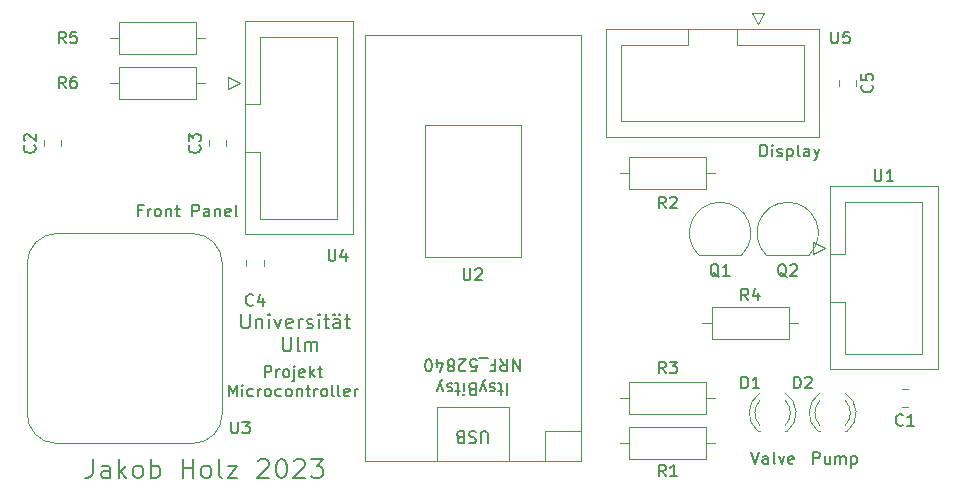
<source format=gbr>
%TF.GenerationSoftware,KiCad,Pcbnew,7.0.2*%
%TF.CreationDate,2023-05-16T00:09:37+02:00*%
%TF.ProjectId,PRO_MCU,50524f5f-4d43-4552-9e6b-696361645f70,rev?*%
%TF.SameCoordinates,Original*%
%TF.FileFunction,Legend,Top*%
%TF.FilePolarity,Positive*%
%FSLAX45Y45*%
G04 Gerber Fmt 4.5, Leading zero omitted, Abs format (unit mm)*
G04 Created by KiCad (PCBNEW 7.0.2) date 2023-05-16 00:09:37*
%MOMM*%
%LPD*%
G01*
G04 APERTURE LIST*
%ADD10C,0.200000*%
%ADD11C,0.150000*%
%ADD12C,0.120000*%
%ADD13C,0.100000*%
G04 APERTURE END LIST*
D10*
X-36052095Y-12144762D02*
X-36052095Y-12044762D01*
X-36052095Y-12044762D02*
X-36014000Y-12044762D01*
X-36014000Y-12044762D02*
X-36004476Y-12049524D01*
X-36004476Y-12049524D02*
X-35999714Y-12054286D01*
X-35999714Y-12054286D02*
X-35994952Y-12063809D01*
X-35994952Y-12063809D02*
X-35994952Y-12078095D01*
X-35994952Y-12078095D02*
X-35999714Y-12087619D01*
X-35999714Y-12087619D02*
X-36004476Y-12092381D01*
X-36004476Y-12092381D02*
X-36014000Y-12097143D01*
X-36014000Y-12097143D02*
X-36052095Y-12097143D01*
X-35952095Y-12144762D02*
X-35952095Y-12078095D01*
X-35952095Y-12097143D02*
X-35947333Y-12087619D01*
X-35947333Y-12087619D02*
X-35942571Y-12082857D01*
X-35942571Y-12082857D02*
X-35933048Y-12078095D01*
X-35933048Y-12078095D02*
X-35923524Y-12078095D01*
X-35875905Y-12144762D02*
X-35885429Y-12140000D01*
X-35885429Y-12140000D02*
X-35890190Y-12135238D01*
X-35890190Y-12135238D02*
X-35894952Y-12125714D01*
X-35894952Y-12125714D02*
X-35894952Y-12097143D01*
X-35894952Y-12097143D02*
X-35890190Y-12087619D01*
X-35890190Y-12087619D02*
X-35885429Y-12082857D01*
X-35885429Y-12082857D02*
X-35875905Y-12078095D01*
X-35875905Y-12078095D02*
X-35861619Y-12078095D01*
X-35861619Y-12078095D02*
X-35852095Y-12082857D01*
X-35852095Y-12082857D02*
X-35847333Y-12087619D01*
X-35847333Y-12087619D02*
X-35842571Y-12097143D01*
X-35842571Y-12097143D02*
X-35842571Y-12125714D01*
X-35842571Y-12125714D02*
X-35847333Y-12135238D01*
X-35847333Y-12135238D02*
X-35852095Y-12140000D01*
X-35852095Y-12140000D02*
X-35861619Y-12144762D01*
X-35861619Y-12144762D02*
X-35875905Y-12144762D01*
X-35799714Y-12078095D02*
X-35799714Y-12163809D01*
X-35799714Y-12163809D02*
X-35804476Y-12173333D01*
X-35804476Y-12173333D02*
X-35814000Y-12178095D01*
X-35814000Y-12178095D02*
X-35818762Y-12178095D01*
X-35799714Y-12044762D02*
X-35804476Y-12049524D01*
X-35804476Y-12049524D02*
X-35799714Y-12054286D01*
X-35799714Y-12054286D02*
X-35794952Y-12049524D01*
X-35794952Y-12049524D02*
X-35799714Y-12044762D01*
X-35799714Y-12044762D02*
X-35799714Y-12054286D01*
X-35714000Y-12140000D02*
X-35723524Y-12144762D01*
X-35723524Y-12144762D02*
X-35742571Y-12144762D01*
X-35742571Y-12144762D02*
X-35752095Y-12140000D01*
X-35752095Y-12140000D02*
X-35756857Y-12130476D01*
X-35756857Y-12130476D02*
X-35756857Y-12092381D01*
X-35756857Y-12092381D02*
X-35752095Y-12082857D01*
X-35752095Y-12082857D02*
X-35742571Y-12078095D01*
X-35742571Y-12078095D02*
X-35723524Y-12078095D01*
X-35723524Y-12078095D02*
X-35714000Y-12082857D01*
X-35714000Y-12082857D02*
X-35709238Y-12092381D01*
X-35709238Y-12092381D02*
X-35709238Y-12101905D01*
X-35709238Y-12101905D02*
X-35756857Y-12111428D01*
X-35666381Y-12144762D02*
X-35666381Y-12044762D01*
X-35656857Y-12106667D02*
X-35628286Y-12144762D01*
X-35628286Y-12078095D02*
X-35666381Y-12116190D01*
X-35599714Y-12078095D02*
X-35561619Y-12078095D01*
X-35585429Y-12044762D02*
X-35585429Y-12130476D01*
X-35585429Y-12130476D02*
X-35580667Y-12140000D01*
X-35580667Y-12140000D02*
X-35571143Y-12144762D01*
X-35571143Y-12144762D02*
X-35561619Y-12144762D01*
X-36354476Y-12306762D02*
X-36354476Y-12206762D01*
X-36354476Y-12206762D02*
X-36321143Y-12278190D01*
X-36321143Y-12278190D02*
X-36287810Y-12206762D01*
X-36287810Y-12206762D02*
X-36287810Y-12306762D01*
X-36240191Y-12306762D02*
X-36240191Y-12240095D01*
X-36240191Y-12206762D02*
X-36244952Y-12211524D01*
X-36244952Y-12211524D02*
X-36240191Y-12216286D01*
X-36240191Y-12216286D02*
X-36235429Y-12211524D01*
X-36235429Y-12211524D02*
X-36240191Y-12206762D01*
X-36240191Y-12206762D02*
X-36240191Y-12216286D01*
X-36149714Y-12302000D02*
X-36159238Y-12306762D01*
X-36159238Y-12306762D02*
X-36178286Y-12306762D01*
X-36178286Y-12306762D02*
X-36187810Y-12302000D01*
X-36187810Y-12302000D02*
X-36192572Y-12297238D01*
X-36192572Y-12297238D02*
X-36197333Y-12287714D01*
X-36197333Y-12287714D02*
X-36197333Y-12259143D01*
X-36197333Y-12259143D02*
X-36192572Y-12249619D01*
X-36192572Y-12249619D02*
X-36187810Y-12244857D01*
X-36187810Y-12244857D02*
X-36178286Y-12240095D01*
X-36178286Y-12240095D02*
X-36159238Y-12240095D01*
X-36159238Y-12240095D02*
X-36149714Y-12244857D01*
X-36106857Y-12306762D02*
X-36106857Y-12240095D01*
X-36106857Y-12259143D02*
X-36102095Y-12249619D01*
X-36102095Y-12249619D02*
X-36097333Y-12244857D01*
X-36097333Y-12244857D02*
X-36087810Y-12240095D01*
X-36087810Y-12240095D02*
X-36078286Y-12240095D01*
X-36030667Y-12306762D02*
X-36040191Y-12302000D01*
X-36040191Y-12302000D02*
X-36044952Y-12297238D01*
X-36044952Y-12297238D02*
X-36049714Y-12287714D01*
X-36049714Y-12287714D02*
X-36049714Y-12259143D01*
X-36049714Y-12259143D02*
X-36044952Y-12249619D01*
X-36044952Y-12249619D02*
X-36040191Y-12244857D01*
X-36040191Y-12244857D02*
X-36030667Y-12240095D01*
X-36030667Y-12240095D02*
X-36016381Y-12240095D01*
X-36016381Y-12240095D02*
X-36006857Y-12244857D01*
X-36006857Y-12244857D02*
X-36002095Y-12249619D01*
X-36002095Y-12249619D02*
X-35997333Y-12259143D01*
X-35997333Y-12259143D02*
X-35997333Y-12287714D01*
X-35997333Y-12287714D02*
X-36002095Y-12297238D01*
X-36002095Y-12297238D02*
X-36006857Y-12302000D01*
X-36006857Y-12302000D02*
X-36016381Y-12306762D01*
X-36016381Y-12306762D02*
X-36030667Y-12306762D01*
X-35911619Y-12302000D02*
X-35921143Y-12306762D01*
X-35921143Y-12306762D02*
X-35940191Y-12306762D01*
X-35940191Y-12306762D02*
X-35949714Y-12302000D01*
X-35949714Y-12302000D02*
X-35954476Y-12297238D01*
X-35954476Y-12297238D02*
X-35959238Y-12287714D01*
X-35959238Y-12287714D02*
X-35959238Y-12259143D01*
X-35959238Y-12259143D02*
X-35954476Y-12249619D01*
X-35954476Y-12249619D02*
X-35949714Y-12244857D01*
X-35949714Y-12244857D02*
X-35940191Y-12240095D01*
X-35940191Y-12240095D02*
X-35921143Y-12240095D01*
X-35921143Y-12240095D02*
X-35911619Y-12244857D01*
X-35854476Y-12306762D02*
X-35864000Y-12302000D01*
X-35864000Y-12302000D02*
X-35868762Y-12297238D01*
X-35868762Y-12297238D02*
X-35873524Y-12287714D01*
X-35873524Y-12287714D02*
X-35873524Y-12259143D01*
X-35873524Y-12259143D02*
X-35868762Y-12249619D01*
X-35868762Y-12249619D02*
X-35864000Y-12244857D01*
X-35864000Y-12244857D02*
X-35854476Y-12240095D01*
X-35854476Y-12240095D02*
X-35840191Y-12240095D01*
X-35840191Y-12240095D02*
X-35830667Y-12244857D01*
X-35830667Y-12244857D02*
X-35825905Y-12249619D01*
X-35825905Y-12249619D02*
X-35821143Y-12259143D01*
X-35821143Y-12259143D02*
X-35821143Y-12287714D01*
X-35821143Y-12287714D02*
X-35825905Y-12297238D01*
X-35825905Y-12297238D02*
X-35830667Y-12302000D01*
X-35830667Y-12302000D02*
X-35840191Y-12306762D01*
X-35840191Y-12306762D02*
X-35854476Y-12306762D01*
X-35778286Y-12240095D02*
X-35778286Y-12306762D01*
X-35778286Y-12249619D02*
X-35773524Y-12244857D01*
X-35773524Y-12244857D02*
X-35764000Y-12240095D01*
X-35764000Y-12240095D02*
X-35749714Y-12240095D01*
X-35749714Y-12240095D02*
X-35740191Y-12244857D01*
X-35740191Y-12244857D02*
X-35735429Y-12254381D01*
X-35735429Y-12254381D02*
X-35735429Y-12306762D01*
X-35702095Y-12240095D02*
X-35664000Y-12240095D01*
X-35687810Y-12206762D02*
X-35687810Y-12292476D01*
X-35687810Y-12292476D02*
X-35683048Y-12302000D01*
X-35683048Y-12302000D02*
X-35673524Y-12306762D01*
X-35673524Y-12306762D02*
X-35664000Y-12306762D01*
X-35630667Y-12306762D02*
X-35630667Y-12240095D01*
X-35630667Y-12259143D02*
X-35625905Y-12249619D01*
X-35625905Y-12249619D02*
X-35621143Y-12244857D01*
X-35621143Y-12244857D02*
X-35611619Y-12240095D01*
X-35611619Y-12240095D02*
X-35602095Y-12240095D01*
X-35554476Y-12306762D02*
X-35564000Y-12302000D01*
X-35564000Y-12302000D02*
X-35568762Y-12297238D01*
X-35568762Y-12297238D02*
X-35573524Y-12287714D01*
X-35573524Y-12287714D02*
X-35573524Y-12259143D01*
X-35573524Y-12259143D02*
X-35568762Y-12249619D01*
X-35568762Y-12249619D02*
X-35564000Y-12244857D01*
X-35564000Y-12244857D02*
X-35554476Y-12240095D01*
X-35554476Y-12240095D02*
X-35540190Y-12240095D01*
X-35540190Y-12240095D02*
X-35530667Y-12244857D01*
X-35530667Y-12244857D02*
X-35525905Y-12249619D01*
X-35525905Y-12249619D02*
X-35521143Y-12259143D01*
X-35521143Y-12259143D02*
X-35521143Y-12287714D01*
X-35521143Y-12287714D02*
X-35525905Y-12297238D01*
X-35525905Y-12297238D02*
X-35530667Y-12302000D01*
X-35530667Y-12302000D02*
X-35540190Y-12306762D01*
X-35540190Y-12306762D02*
X-35554476Y-12306762D01*
X-35464000Y-12306762D02*
X-35473524Y-12302000D01*
X-35473524Y-12302000D02*
X-35478286Y-12292476D01*
X-35478286Y-12292476D02*
X-35478286Y-12206762D01*
X-35411619Y-12306762D02*
X-35421143Y-12302000D01*
X-35421143Y-12302000D02*
X-35425905Y-12292476D01*
X-35425905Y-12292476D02*
X-35425905Y-12206762D01*
X-35335428Y-12302000D02*
X-35344952Y-12306762D01*
X-35344952Y-12306762D02*
X-35364000Y-12306762D01*
X-35364000Y-12306762D02*
X-35373524Y-12302000D01*
X-35373524Y-12302000D02*
X-35378286Y-12292476D01*
X-35378286Y-12292476D02*
X-35378286Y-12254381D01*
X-35378286Y-12254381D02*
X-35373524Y-12244857D01*
X-35373524Y-12244857D02*
X-35364000Y-12240095D01*
X-35364000Y-12240095D02*
X-35344952Y-12240095D01*
X-35344952Y-12240095D02*
X-35335428Y-12244857D01*
X-35335428Y-12244857D02*
X-35330667Y-12254381D01*
X-35330667Y-12254381D02*
X-35330667Y-12263905D01*
X-35330667Y-12263905D02*
X-35378286Y-12273428D01*
X-35287809Y-12306762D02*
X-35287809Y-12240095D01*
X-35287809Y-12259143D02*
X-35283047Y-12249619D01*
X-35283047Y-12249619D02*
X-35278286Y-12244857D01*
X-35278286Y-12244857D02*
X-35268762Y-12240095D01*
X-35268762Y-12240095D02*
X-35259238Y-12240095D01*
X-36247643Y-11608914D02*
X-36247643Y-11706057D01*
X-36247643Y-11706057D02*
X-36241929Y-11717486D01*
X-36241929Y-11717486D02*
X-36236214Y-11723200D01*
X-36236214Y-11723200D02*
X-36224786Y-11728914D01*
X-36224786Y-11728914D02*
X-36201929Y-11728914D01*
X-36201929Y-11728914D02*
X-36190500Y-11723200D01*
X-36190500Y-11723200D02*
X-36184786Y-11717486D01*
X-36184786Y-11717486D02*
X-36179071Y-11706057D01*
X-36179071Y-11706057D02*
X-36179071Y-11608914D01*
X-36121929Y-11648914D02*
X-36121929Y-11728914D01*
X-36121929Y-11660343D02*
X-36116214Y-11654628D01*
X-36116214Y-11654628D02*
X-36104786Y-11648914D01*
X-36104786Y-11648914D02*
X-36087643Y-11648914D01*
X-36087643Y-11648914D02*
X-36076214Y-11654628D01*
X-36076214Y-11654628D02*
X-36070500Y-11666057D01*
X-36070500Y-11666057D02*
X-36070500Y-11728914D01*
X-36013357Y-11728914D02*
X-36013357Y-11648914D01*
X-36013357Y-11608914D02*
X-36019071Y-11614628D01*
X-36019071Y-11614628D02*
X-36013357Y-11620343D01*
X-36013357Y-11620343D02*
X-36007643Y-11614628D01*
X-36007643Y-11614628D02*
X-36013357Y-11608914D01*
X-36013357Y-11608914D02*
X-36013357Y-11620343D01*
X-35967643Y-11648914D02*
X-35939071Y-11728914D01*
X-35939071Y-11728914D02*
X-35910500Y-11648914D01*
X-35819071Y-11723200D02*
X-35830500Y-11728914D01*
X-35830500Y-11728914D02*
X-35853357Y-11728914D01*
X-35853357Y-11728914D02*
X-35864786Y-11723200D01*
X-35864786Y-11723200D02*
X-35870500Y-11711771D01*
X-35870500Y-11711771D02*
X-35870500Y-11666057D01*
X-35870500Y-11666057D02*
X-35864786Y-11654628D01*
X-35864786Y-11654628D02*
X-35853357Y-11648914D01*
X-35853357Y-11648914D02*
X-35830500Y-11648914D01*
X-35830500Y-11648914D02*
X-35819071Y-11654628D01*
X-35819071Y-11654628D02*
X-35813357Y-11666057D01*
X-35813357Y-11666057D02*
X-35813357Y-11677486D01*
X-35813357Y-11677486D02*
X-35870500Y-11688914D01*
X-35761929Y-11728914D02*
X-35761929Y-11648914D01*
X-35761929Y-11671771D02*
X-35756214Y-11660343D01*
X-35756214Y-11660343D02*
X-35750500Y-11654628D01*
X-35750500Y-11654628D02*
X-35739071Y-11648914D01*
X-35739071Y-11648914D02*
X-35727643Y-11648914D01*
X-35693357Y-11723200D02*
X-35681929Y-11728914D01*
X-35681929Y-11728914D02*
X-35659071Y-11728914D01*
X-35659071Y-11728914D02*
X-35647643Y-11723200D01*
X-35647643Y-11723200D02*
X-35641929Y-11711771D01*
X-35641929Y-11711771D02*
X-35641929Y-11706057D01*
X-35641929Y-11706057D02*
X-35647643Y-11694628D01*
X-35647643Y-11694628D02*
X-35659071Y-11688914D01*
X-35659071Y-11688914D02*
X-35676214Y-11688914D01*
X-35676214Y-11688914D02*
X-35687643Y-11683200D01*
X-35687643Y-11683200D02*
X-35693357Y-11671771D01*
X-35693357Y-11671771D02*
X-35693357Y-11666057D01*
X-35693357Y-11666057D02*
X-35687643Y-11654628D01*
X-35687643Y-11654628D02*
X-35676214Y-11648914D01*
X-35676214Y-11648914D02*
X-35659071Y-11648914D01*
X-35659071Y-11648914D02*
X-35647643Y-11654628D01*
X-35590500Y-11728914D02*
X-35590500Y-11648914D01*
X-35590500Y-11608914D02*
X-35596214Y-11614628D01*
X-35596214Y-11614628D02*
X-35590500Y-11620343D01*
X-35590500Y-11620343D02*
X-35584786Y-11614628D01*
X-35584786Y-11614628D02*
X-35590500Y-11608914D01*
X-35590500Y-11608914D02*
X-35590500Y-11620343D01*
X-35550500Y-11648914D02*
X-35504786Y-11648914D01*
X-35533357Y-11608914D02*
X-35533357Y-11711771D01*
X-35533357Y-11711771D02*
X-35527643Y-11723200D01*
X-35527643Y-11723200D02*
X-35516214Y-11728914D01*
X-35516214Y-11728914D02*
X-35504786Y-11728914D01*
X-35413357Y-11728914D02*
X-35413357Y-11666057D01*
X-35413357Y-11666057D02*
X-35419071Y-11654628D01*
X-35419071Y-11654628D02*
X-35430500Y-11648914D01*
X-35430500Y-11648914D02*
X-35453357Y-11648914D01*
X-35453357Y-11648914D02*
X-35464786Y-11654628D01*
X-35413357Y-11723200D02*
X-35424786Y-11728914D01*
X-35424786Y-11728914D02*
X-35453357Y-11728914D01*
X-35453357Y-11728914D02*
X-35464786Y-11723200D01*
X-35464786Y-11723200D02*
X-35470500Y-11711771D01*
X-35470500Y-11711771D02*
X-35470500Y-11700343D01*
X-35470500Y-11700343D02*
X-35464786Y-11688914D01*
X-35464786Y-11688914D02*
X-35453357Y-11683200D01*
X-35453357Y-11683200D02*
X-35424786Y-11683200D01*
X-35424786Y-11683200D02*
X-35413357Y-11677486D01*
X-35464786Y-11608914D02*
X-35459071Y-11614628D01*
X-35459071Y-11614628D02*
X-35464786Y-11620343D01*
X-35464786Y-11620343D02*
X-35470500Y-11614628D01*
X-35470500Y-11614628D02*
X-35464786Y-11608914D01*
X-35464786Y-11608914D02*
X-35464786Y-11620343D01*
X-35419071Y-11608914D02*
X-35413357Y-11614628D01*
X-35413357Y-11614628D02*
X-35419071Y-11620343D01*
X-35419071Y-11620343D02*
X-35424786Y-11614628D01*
X-35424786Y-11614628D02*
X-35419071Y-11608914D01*
X-35419071Y-11608914D02*
X-35419071Y-11620343D01*
X-35373357Y-11648914D02*
X-35327643Y-11648914D01*
X-35356214Y-11608914D02*
X-35356214Y-11711771D01*
X-35356214Y-11711771D02*
X-35350500Y-11723200D01*
X-35350500Y-11723200D02*
X-35339071Y-11728914D01*
X-35339071Y-11728914D02*
X-35327643Y-11728914D01*
X-35896214Y-11803314D02*
X-35896214Y-11900457D01*
X-35896214Y-11900457D02*
X-35890500Y-11911886D01*
X-35890500Y-11911886D02*
X-35884786Y-11917600D01*
X-35884786Y-11917600D02*
X-35873357Y-11923314D01*
X-35873357Y-11923314D02*
X-35850500Y-11923314D01*
X-35850500Y-11923314D02*
X-35839071Y-11917600D01*
X-35839071Y-11917600D02*
X-35833357Y-11911886D01*
X-35833357Y-11911886D02*
X-35827643Y-11900457D01*
X-35827643Y-11900457D02*
X-35827643Y-11803314D01*
X-35753357Y-11923314D02*
X-35764786Y-11917600D01*
X-35764786Y-11917600D02*
X-35770500Y-11906171D01*
X-35770500Y-11906171D02*
X-35770500Y-11803314D01*
X-35707643Y-11923314D02*
X-35707643Y-11843314D01*
X-35707643Y-11854743D02*
X-35701929Y-11849028D01*
X-35701929Y-11849028D02*
X-35690500Y-11843314D01*
X-35690500Y-11843314D02*
X-35673357Y-11843314D01*
X-35673357Y-11843314D02*
X-35661929Y-11849028D01*
X-35661929Y-11849028D02*
X-35656214Y-11860457D01*
X-35656214Y-11860457D02*
X-35656214Y-11923314D01*
X-35656214Y-11860457D02*
X-35650500Y-11849028D01*
X-35650500Y-11849028D02*
X-35639071Y-11843314D01*
X-35639071Y-11843314D02*
X-35621929Y-11843314D01*
X-35621929Y-11843314D02*
X-35610500Y-11849028D01*
X-35610500Y-11849028D02*
X-35604786Y-11860457D01*
X-35604786Y-11860457D02*
X-35604786Y-11923314D01*
X-37090357Y-10730381D02*
X-37123690Y-10730381D01*
X-37123690Y-10782762D02*
X-37123690Y-10682762D01*
X-37123690Y-10682762D02*
X-37076071Y-10682762D01*
X-37037976Y-10782762D02*
X-37037976Y-10716095D01*
X-37037976Y-10735143D02*
X-37033214Y-10725619D01*
X-37033214Y-10725619D02*
X-37028452Y-10720857D01*
X-37028452Y-10720857D02*
X-37018929Y-10716095D01*
X-37018929Y-10716095D02*
X-37009405Y-10716095D01*
X-36961786Y-10782762D02*
X-36971309Y-10778000D01*
X-36971309Y-10778000D02*
X-36976071Y-10773238D01*
X-36976071Y-10773238D02*
X-36980833Y-10763714D01*
X-36980833Y-10763714D02*
X-36980833Y-10735143D01*
X-36980833Y-10735143D02*
X-36976071Y-10725619D01*
X-36976071Y-10725619D02*
X-36971309Y-10720857D01*
X-36971309Y-10720857D02*
X-36961786Y-10716095D01*
X-36961786Y-10716095D02*
X-36947500Y-10716095D01*
X-36947500Y-10716095D02*
X-36937976Y-10720857D01*
X-36937976Y-10720857D02*
X-36933214Y-10725619D01*
X-36933214Y-10725619D02*
X-36928452Y-10735143D01*
X-36928452Y-10735143D02*
X-36928452Y-10763714D01*
X-36928452Y-10763714D02*
X-36933214Y-10773238D01*
X-36933214Y-10773238D02*
X-36937976Y-10778000D01*
X-36937976Y-10778000D02*
X-36947500Y-10782762D01*
X-36947500Y-10782762D02*
X-36961786Y-10782762D01*
X-36885595Y-10716095D02*
X-36885595Y-10782762D01*
X-36885595Y-10725619D02*
X-36880833Y-10720857D01*
X-36880833Y-10720857D02*
X-36871309Y-10716095D01*
X-36871309Y-10716095D02*
X-36857024Y-10716095D01*
X-36857024Y-10716095D02*
X-36847500Y-10720857D01*
X-36847500Y-10720857D02*
X-36842738Y-10730381D01*
X-36842738Y-10730381D02*
X-36842738Y-10782762D01*
X-36809405Y-10716095D02*
X-36771309Y-10716095D01*
X-36795119Y-10682762D02*
X-36795119Y-10768476D01*
X-36795119Y-10768476D02*
X-36790357Y-10778000D01*
X-36790357Y-10778000D02*
X-36780833Y-10782762D01*
X-36780833Y-10782762D02*
X-36771309Y-10782762D01*
X-36661786Y-10782762D02*
X-36661786Y-10682762D01*
X-36661786Y-10682762D02*
X-36623690Y-10682762D01*
X-36623690Y-10682762D02*
X-36614167Y-10687524D01*
X-36614167Y-10687524D02*
X-36609405Y-10692286D01*
X-36609405Y-10692286D02*
X-36604643Y-10701810D01*
X-36604643Y-10701810D02*
X-36604643Y-10716095D01*
X-36604643Y-10716095D02*
X-36609405Y-10725619D01*
X-36609405Y-10725619D02*
X-36614167Y-10730381D01*
X-36614167Y-10730381D02*
X-36623690Y-10735143D01*
X-36623690Y-10735143D02*
X-36661786Y-10735143D01*
X-36518928Y-10782762D02*
X-36518928Y-10730381D01*
X-36518928Y-10730381D02*
X-36523690Y-10720857D01*
X-36523690Y-10720857D02*
X-36533214Y-10716095D01*
X-36533214Y-10716095D02*
X-36552262Y-10716095D01*
X-36552262Y-10716095D02*
X-36561786Y-10720857D01*
X-36518928Y-10778000D02*
X-36528452Y-10782762D01*
X-36528452Y-10782762D02*
X-36552262Y-10782762D01*
X-36552262Y-10782762D02*
X-36561786Y-10778000D01*
X-36561786Y-10778000D02*
X-36566547Y-10768476D01*
X-36566547Y-10768476D02*
X-36566547Y-10758952D01*
X-36566547Y-10758952D02*
X-36561786Y-10749429D01*
X-36561786Y-10749429D02*
X-36552262Y-10744667D01*
X-36552262Y-10744667D02*
X-36528452Y-10744667D01*
X-36528452Y-10744667D02*
X-36518928Y-10739905D01*
X-36471309Y-10716095D02*
X-36471309Y-10782762D01*
X-36471309Y-10725619D02*
X-36466547Y-10720857D01*
X-36466547Y-10720857D02*
X-36457024Y-10716095D01*
X-36457024Y-10716095D02*
X-36442738Y-10716095D01*
X-36442738Y-10716095D02*
X-36433214Y-10720857D01*
X-36433214Y-10720857D02*
X-36428452Y-10730381D01*
X-36428452Y-10730381D02*
X-36428452Y-10782762D01*
X-36342738Y-10778000D02*
X-36352262Y-10782762D01*
X-36352262Y-10782762D02*
X-36371309Y-10782762D01*
X-36371309Y-10782762D02*
X-36380833Y-10778000D01*
X-36380833Y-10778000D02*
X-36385595Y-10768476D01*
X-36385595Y-10768476D02*
X-36385595Y-10730381D01*
X-36385595Y-10730381D02*
X-36380833Y-10720857D01*
X-36380833Y-10720857D02*
X-36371309Y-10716095D01*
X-36371309Y-10716095D02*
X-36352262Y-10716095D01*
X-36352262Y-10716095D02*
X-36342738Y-10720857D01*
X-36342738Y-10720857D02*
X-36337976Y-10730381D01*
X-36337976Y-10730381D02*
X-36337976Y-10739905D01*
X-36337976Y-10739905D02*
X-36385595Y-10749429D01*
X-36280833Y-10782762D02*
X-36290357Y-10778000D01*
X-36290357Y-10778000D02*
X-36295119Y-10768476D01*
X-36295119Y-10768476D02*
X-36295119Y-10682762D01*
X-31853190Y-10274762D02*
X-31853190Y-10174762D01*
X-31853190Y-10174762D02*
X-31829381Y-10174762D01*
X-31829381Y-10174762D02*
X-31815095Y-10179524D01*
X-31815095Y-10179524D02*
X-31805571Y-10189048D01*
X-31805571Y-10189048D02*
X-31800809Y-10198571D01*
X-31800809Y-10198571D02*
X-31796048Y-10217619D01*
X-31796048Y-10217619D02*
X-31796048Y-10231905D01*
X-31796048Y-10231905D02*
X-31800809Y-10250952D01*
X-31800809Y-10250952D02*
X-31805571Y-10260476D01*
X-31805571Y-10260476D02*
X-31815095Y-10270000D01*
X-31815095Y-10270000D02*
X-31829381Y-10274762D01*
X-31829381Y-10274762D02*
X-31853190Y-10274762D01*
X-31753190Y-10274762D02*
X-31753190Y-10208095D01*
X-31753190Y-10174762D02*
X-31757952Y-10179524D01*
X-31757952Y-10179524D02*
X-31753190Y-10184286D01*
X-31753190Y-10184286D02*
X-31748428Y-10179524D01*
X-31748428Y-10179524D02*
X-31753190Y-10174762D01*
X-31753190Y-10174762D02*
X-31753190Y-10184286D01*
X-31710333Y-10270000D02*
X-31700809Y-10274762D01*
X-31700809Y-10274762D02*
X-31681762Y-10274762D01*
X-31681762Y-10274762D02*
X-31672238Y-10270000D01*
X-31672238Y-10270000D02*
X-31667476Y-10260476D01*
X-31667476Y-10260476D02*
X-31667476Y-10255714D01*
X-31667476Y-10255714D02*
X-31672238Y-10246190D01*
X-31672238Y-10246190D02*
X-31681762Y-10241429D01*
X-31681762Y-10241429D02*
X-31696048Y-10241429D01*
X-31696048Y-10241429D02*
X-31705571Y-10236667D01*
X-31705571Y-10236667D02*
X-31710333Y-10227143D01*
X-31710333Y-10227143D02*
X-31710333Y-10222381D01*
X-31710333Y-10222381D02*
X-31705571Y-10212857D01*
X-31705571Y-10212857D02*
X-31696048Y-10208095D01*
X-31696048Y-10208095D02*
X-31681762Y-10208095D01*
X-31681762Y-10208095D02*
X-31672238Y-10212857D01*
X-31624619Y-10208095D02*
X-31624619Y-10308095D01*
X-31624619Y-10212857D02*
X-31615095Y-10208095D01*
X-31615095Y-10208095D02*
X-31596048Y-10208095D01*
X-31596048Y-10208095D02*
X-31586524Y-10212857D01*
X-31586524Y-10212857D02*
X-31581762Y-10217619D01*
X-31581762Y-10217619D02*
X-31577000Y-10227143D01*
X-31577000Y-10227143D02*
X-31577000Y-10255714D01*
X-31577000Y-10255714D02*
X-31581762Y-10265238D01*
X-31581762Y-10265238D02*
X-31586524Y-10270000D01*
X-31586524Y-10270000D02*
X-31596048Y-10274762D01*
X-31596048Y-10274762D02*
X-31615095Y-10274762D01*
X-31615095Y-10274762D02*
X-31624619Y-10270000D01*
X-31519857Y-10274762D02*
X-31529381Y-10270000D01*
X-31529381Y-10270000D02*
X-31534143Y-10260476D01*
X-31534143Y-10260476D02*
X-31534143Y-10174762D01*
X-31438905Y-10274762D02*
X-31438905Y-10222381D01*
X-31438905Y-10222381D02*
X-31443667Y-10212857D01*
X-31443667Y-10212857D02*
X-31453190Y-10208095D01*
X-31453190Y-10208095D02*
X-31472238Y-10208095D01*
X-31472238Y-10208095D02*
X-31481762Y-10212857D01*
X-31438905Y-10270000D02*
X-31448428Y-10274762D01*
X-31448428Y-10274762D02*
X-31472238Y-10274762D01*
X-31472238Y-10274762D02*
X-31481762Y-10270000D01*
X-31481762Y-10270000D02*
X-31486524Y-10260476D01*
X-31486524Y-10260476D02*
X-31486524Y-10250952D01*
X-31486524Y-10250952D02*
X-31481762Y-10241429D01*
X-31481762Y-10241429D02*
X-31472238Y-10236667D01*
X-31472238Y-10236667D02*
X-31448428Y-10236667D01*
X-31448428Y-10236667D02*
X-31438905Y-10231905D01*
X-31400809Y-10208095D02*
X-31377000Y-10274762D01*
X-31353190Y-10208095D02*
X-31377000Y-10274762D01*
X-31377000Y-10274762D02*
X-31386524Y-10298571D01*
X-31386524Y-10298571D02*
X-31391286Y-10303333D01*
X-31391286Y-10303333D02*
X-31400809Y-10308095D01*
X-31930976Y-12778262D02*
X-31897643Y-12878262D01*
X-31897643Y-12878262D02*
X-31864309Y-12778262D01*
X-31788119Y-12878262D02*
X-31788119Y-12825881D01*
X-31788119Y-12825881D02*
X-31792881Y-12816357D01*
X-31792881Y-12816357D02*
X-31802405Y-12811595D01*
X-31802405Y-12811595D02*
X-31821452Y-12811595D01*
X-31821452Y-12811595D02*
X-31830976Y-12816357D01*
X-31788119Y-12873500D02*
X-31797643Y-12878262D01*
X-31797643Y-12878262D02*
X-31821452Y-12878262D01*
X-31821452Y-12878262D02*
X-31830976Y-12873500D01*
X-31830976Y-12873500D02*
X-31835738Y-12863976D01*
X-31835738Y-12863976D02*
X-31835738Y-12854452D01*
X-31835738Y-12854452D02*
X-31830976Y-12844928D01*
X-31830976Y-12844928D02*
X-31821452Y-12840167D01*
X-31821452Y-12840167D02*
X-31797643Y-12840167D01*
X-31797643Y-12840167D02*
X-31788119Y-12835405D01*
X-31726214Y-12878262D02*
X-31735738Y-12873500D01*
X-31735738Y-12873500D02*
X-31740500Y-12863976D01*
X-31740500Y-12863976D02*
X-31740500Y-12778262D01*
X-31697643Y-12811595D02*
X-31673833Y-12878262D01*
X-31673833Y-12878262D02*
X-31650024Y-12811595D01*
X-31573833Y-12873500D02*
X-31583357Y-12878262D01*
X-31583357Y-12878262D02*
X-31602405Y-12878262D01*
X-31602405Y-12878262D02*
X-31611928Y-12873500D01*
X-31611928Y-12873500D02*
X-31616690Y-12863976D01*
X-31616690Y-12863976D02*
X-31616690Y-12825881D01*
X-31616690Y-12825881D02*
X-31611928Y-12816357D01*
X-31611928Y-12816357D02*
X-31602405Y-12811595D01*
X-31602405Y-12811595D02*
X-31583357Y-12811595D01*
X-31583357Y-12811595D02*
X-31573833Y-12816357D01*
X-31573833Y-12816357D02*
X-31569071Y-12825881D01*
X-31569071Y-12825881D02*
X-31569071Y-12835405D01*
X-31569071Y-12835405D02*
X-31616690Y-12844928D01*
X-31408690Y-12878262D02*
X-31408690Y-12778262D01*
X-31408690Y-12778262D02*
X-31370595Y-12778262D01*
X-31370595Y-12778262D02*
X-31361071Y-12783024D01*
X-31361071Y-12783024D02*
X-31356309Y-12787786D01*
X-31356309Y-12787786D02*
X-31351548Y-12797309D01*
X-31351548Y-12797309D02*
X-31351548Y-12811595D01*
X-31351548Y-12811595D02*
X-31356309Y-12821119D01*
X-31356309Y-12821119D02*
X-31361071Y-12825881D01*
X-31361071Y-12825881D02*
X-31370595Y-12830643D01*
X-31370595Y-12830643D02*
X-31408690Y-12830643D01*
X-31265833Y-12811595D02*
X-31265833Y-12878262D01*
X-31308690Y-12811595D02*
X-31308690Y-12863976D01*
X-31308690Y-12863976D02*
X-31303928Y-12873500D01*
X-31303928Y-12873500D02*
X-31294405Y-12878262D01*
X-31294405Y-12878262D02*
X-31280119Y-12878262D01*
X-31280119Y-12878262D02*
X-31270595Y-12873500D01*
X-31270595Y-12873500D02*
X-31265833Y-12868738D01*
X-31218214Y-12878262D02*
X-31218214Y-12811595D01*
X-31218214Y-12821119D02*
X-31213452Y-12816357D01*
X-31213452Y-12816357D02*
X-31203928Y-12811595D01*
X-31203928Y-12811595D02*
X-31189643Y-12811595D01*
X-31189643Y-12811595D02*
X-31180119Y-12816357D01*
X-31180119Y-12816357D02*
X-31175357Y-12825881D01*
X-31175357Y-12825881D02*
X-31175357Y-12878262D01*
X-31175357Y-12825881D02*
X-31170595Y-12816357D01*
X-31170595Y-12816357D02*
X-31161071Y-12811595D01*
X-31161071Y-12811595D02*
X-31146786Y-12811595D01*
X-31146786Y-12811595D02*
X-31137262Y-12816357D01*
X-31137262Y-12816357D02*
X-31132500Y-12825881D01*
X-31132500Y-12825881D02*
X-31132500Y-12878262D01*
X-31084881Y-12811595D02*
X-31084881Y-12911595D01*
X-31084881Y-12816357D02*
X-31075357Y-12811595D01*
X-31075357Y-12811595D02*
X-31056309Y-12811595D01*
X-31056309Y-12811595D02*
X-31046786Y-12816357D01*
X-31046786Y-12816357D02*
X-31042024Y-12821119D01*
X-31042024Y-12821119D02*
X-31037262Y-12830643D01*
X-31037262Y-12830643D02*
X-31037262Y-12859214D01*
X-31037262Y-12859214D02*
X-31042024Y-12868738D01*
X-31042024Y-12868738D02*
X-31046786Y-12873500D01*
X-31046786Y-12873500D02*
X-31056309Y-12878262D01*
X-31056309Y-12878262D02*
X-31075357Y-12878262D01*
X-31075357Y-12878262D02*
X-31084881Y-12873500D01*
X-37508190Y-12837919D02*
X-37508190Y-12952205D01*
X-37508190Y-12952205D02*
X-37515810Y-12975062D01*
X-37515810Y-12975062D02*
X-37531048Y-12990300D01*
X-37531048Y-12990300D02*
X-37553905Y-12997919D01*
X-37553905Y-12997919D02*
X-37569143Y-12997919D01*
X-37363429Y-12997919D02*
X-37363429Y-12914109D01*
X-37363429Y-12914109D02*
X-37371048Y-12898871D01*
X-37371048Y-12898871D02*
X-37386286Y-12891252D01*
X-37386286Y-12891252D02*
X-37416762Y-12891252D01*
X-37416762Y-12891252D02*
X-37432000Y-12898871D01*
X-37363429Y-12990300D02*
X-37378667Y-12997919D01*
X-37378667Y-12997919D02*
X-37416762Y-12997919D01*
X-37416762Y-12997919D02*
X-37432000Y-12990300D01*
X-37432000Y-12990300D02*
X-37439619Y-12975062D01*
X-37439619Y-12975062D02*
X-37439619Y-12959824D01*
X-37439619Y-12959824D02*
X-37432000Y-12944586D01*
X-37432000Y-12944586D02*
X-37416762Y-12936967D01*
X-37416762Y-12936967D02*
X-37378667Y-12936967D01*
X-37378667Y-12936967D02*
X-37363429Y-12929348D01*
X-37287238Y-12997919D02*
X-37287238Y-12837919D01*
X-37272000Y-12936967D02*
X-37226286Y-12997919D01*
X-37226286Y-12891252D02*
X-37287238Y-12952205D01*
X-37134857Y-12997919D02*
X-37150095Y-12990300D01*
X-37150095Y-12990300D02*
X-37157714Y-12982681D01*
X-37157714Y-12982681D02*
X-37165333Y-12967443D01*
X-37165333Y-12967443D02*
X-37165333Y-12921728D01*
X-37165333Y-12921728D02*
X-37157714Y-12906490D01*
X-37157714Y-12906490D02*
X-37150095Y-12898871D01*
X-37150095Y-12898871D02*
X-37134857Y-12891252D01*
X-37134857Y-12891252D02*
X-37112000Y-12891252D01*
X-37112000Y-12891252D02*
X-37096762Y-12898871D01*
X-37096762Y-12898871D02*
X-37089143Y-12906490D01*
X-37089143Y-12906490D02*
X-37081524Y-12921728D01*
X-37081524Y-12921728D02*
X-37081524Y-12967443D01*
X-37081524Y-12967443D02*
X-37089143Y-12982681D01*
X-37089143Y-12982681D02*
X-37096762Y-12990300D01*
X-37096762Y-12990300D02*
X-37112000Y-12997919D01*
X-37112000Y-12997919D02*
X-37134857Y-12997919D01*
X-37012952Y-12997919D02*
X-37012952Y-12837919D01*
X-37012952Y-12898871D02*
X-36997714Y-12891252D01*
X-36997714Y-12891252D02*
X-36967238Y-12891252D01*
X-36967238Y-12891252D02*
X-36952000Y-12898871D01*
X-36952000Y-12898871D02*
X-36944381Y-12906490D01*
X-36944381Y-12906490D02*
X-36936762Y-12921728D01*
X-36936762Y-12921728D02*
X-36936762Y-12967443D01*
X-36936762Y-12967443D02*
X-36944381Y-12982681D01*
X-36944381Y-12982681D02*
X-36952000Y-12990300D01*
X-36952000Y-12990300D02*
X-36967238Y-12997919D01*
X-36967238Y-12997919D02*
X-36997714Y-12997919D01*
X-36997714Y-12997919D02*
X-37012952Y-12990300D01*
X-36746286Y-12997919D02*
X-36746286Y-12837919D01*
X-36746286Y-12914109D02*
X-36654857Y-12914109D01*
X-36654857Y-12997919D02*
X-36654857Y-12837919D01*
X-36555810Y-12997919D02*
X-36571048Y-12990300D01*
X-36571048Y-12990300D02*
X-36578667Y-12982681D01*
X-36578667Y-12982681D02*
X-36586286Y-12967443D01*
X-36586286Y-12967443D02*
X-36586286Y-12921728D01*
X-36586286Y-12921728D02*
X-36578667Y-12906490D01*
X-36578667Y-12906490D02*
X-36571048Y-12898871D01*
X-36571048Y-12898871D02*
X-36555810Y-12891252D01*
X-36555810Y-12891252D02*
X-36532952Y-12891252D01*
X-36532952Y-12891252D02*
X-36517714Y-12898871D01*
X-36517714Y-12898871D02*
X-36510095Y-12906490D01*
X-36510095Y-12906490D02*
X-36502476Y-12921728D01*
X-36502476Y-12921728D02*
X-36502476Y-12967443D01*
X-36502476Y-12967443D02*
X-36510095Y-12982681D01*
X-36510095Y-12982681D02*
X-36517714Y-12990300D01*
X-36517714Y-12990300D02*
X-36532952Y-12997919D01*
X-36532952Y-12997919D02*
X-36555810Y-12997919D01*
X-36411048Y-12997919D02*
X-36426286Y-12990300D01*
X-36426286Y-12990300D02*
X-36433905Y-12975062D01*
X-36433905Y-12975062D02*
X-36433905Y-12837919D01*
X-36365333Y-12891252D02*
X-36281524Y-12891252D01*
X-36281524Y-12891252D02*
X-36365333Y-12997919D01*
X-36365333Y-12997919D02*
X-36281524Y-12997919D01*
X-36106286Y-12853157D02*
X-36098667Y-12845538D01*
X-36098667Y-12845538D02*
X-36083429Y-12837919D01*
X-36083429Y-12837919D02*
X-36045333Y-12837919D01*
X-36045333Y-12837919D02*
X-36030095Y-12845538D01*
X-36030095Y-12845538D02*
X-36022476Y-12853157D01*
X-36022476Y-12853157D02*
X-36014857Y-12868395D01*
X-36014857Y-12868395D02*
X-36014857Y-12883633D01*
X-36014857Y-12883633D02*
X-36022476Y-12906490D01*
X-36022476Y-12906490D02*
X-36113905Y-12997919D01*
X-36113905Y-12997919D02*
X-36014857Y-12997919D01*
X-35915809Y-12837919D02*
X-35900571Y-12837919D01*
X-35900571Y-12837919D02*
X-35885333Y-12845538D01*
X-35885333Y-12845538D02*
X-35877714Y-12853157D01*
X-35877714Y-12853157D02*
X-35870095Y-12868395D01*
X-35870095Y-12868395D02*
X-35862476Y-12898871D01*
X-35862476Y-12898871D02*
X-35862476Y-12936967D01*
X-35862476Y-12936967D02*
X-35870095Y-12967443D01*
X-35870095Y-12967443D02*
X-35877714Y-12982681D01*
X-35877714Y-12982681D02*
X-35885333Y-12990300D01*
X-35885333Y-12990300D02*
X-35900571Y-12997919D01*
X-35900571Y-12997919D02*
X-35915809Y-12997919D01*
X-35915809Y-12997919D02*
X-35931048Y-12990300D01*
X-35931048Y-12990300D02*
X-35938667Y-12982681D01*
X-35938667Y-12982681D02*
X-35946286Y-12967443D01*
X-35946286Y-12967443D02*
X-35953905Y-12936967D01*
X-35953905Y-12936967D02*
X-35953905Y-12898871D01*
X-35953905Y-12898871D02*
X-35946286Y-12868395D01*
X-35946286Y-12868395D02*
X-35938667Y-12853157D01*
X-35938667Y-12853157D02*
X-35931048Y-12845538D01*
X-35931048Y-12845538D02*
X-35915809Y-12837919D01*
X-35801524Y-12853157D02*
X-35793905Y-12845538D01*
X-35793905Y-12845538D02*
X-35778667Y-12837919D01*
X-35778667Y-12837919D02*
X-35740571Y-12837919D01*
X-35740571Y-12837919D02*
X-35725333Y-12845538D01*
X-35725333Y-12845538D02*
X-35717714Y-12853157D01*
X-35717714Y-12853157D02*
X-35710095Y-12868395D01*
X-35710095Y-12868395D02*
X-35710095Y-12883633D01*
X-35710095Y-12883633D02*
X-35717714Y-12906490D01*
X-35717714Y-12906490D02*
X-35809143Y-12997919D01*
X-35809143Y-12997919D02*
X-35710095Y-12997919D01*
X-35656762Y-12837919D02*
X-35557714Y-12837919D01*
X-35557714Y-12837919D02*
X-35611047Y-12898871D01*
X-35611047Y-12898871D02*
X-35588190Y-12898871D01*
X-35588190Y-12898871D02*
X-35572952Y-12906490D01*
X-35572952Y-12906490D02*
X-35565333Y-12914109D01*
X-35565333Y-12914109D02*
X-35557714Y-12929348D01*
X-35557714Y-12929348D02*
X-35557714Y-12967443D01*
X-35557714Y-12967443D02*
X-35565333Y-12982681D01*
X-35565333Y-12982681D02*
X-35572952Y-12990300D01*
X-35572952Y-12990300D02*
X-35588190Y-12997919D01*
X-35588190Y-12997919D02*
X-35633905Y-12997919D01*
X-35633905Y-12997919D02*
X-35649143Y-12990300D01*
X-35649143Y-12990300D02*
X-35656762Y-12982681D01*
D11*
%TO.C,U2*%
X-34366190Y-11222262D02*
X-34366190Y-11303214D01*
X-34366190Y-11303214D02*
X-34361429Y-11312738D01*
X-34361429Y-11312738D02*
X-34356667Y-11317500D01*
X-34356667Y-11317500D02*
X-34347143Y-11322262D01*
X-34347143Y-11322262D02*
X-34328095Y-11322262D01*
X-34328095Y-11322262D02*
X-34318571Y-11317500D01*
X-34318571Y-11317500D02*
X-34313810Y-11312738D01*
X-34313810Y-11312738D02*
X-34309048Y-11303214D01*
X-34309048Y-11303214D02*
X-34309048Y-11222262D01*
X-34266190Y-11231786D02*
X-34261429Y-11227024D01*
X-34261429Y-11227024D02*
X-34251905Y-11222262D01*
X-34251905Y-11222262D02*
X-34228095Y-11222262D01*
X-34228095Y-11222262D02*
X-34218571Y-11227024D01*
X-34218571Y-11227024D02*
X-34213810Y-11231786D01*
X-34213810Y-11231786D02*
X-34209048Y-11241309D01*
X-34209048Y-11241309D02*
X-34209048Y-11250833D01*
X-34209048Y-11250833D02*
X-34213810Y-11265119D01*
X-34213810Y-11265119D02*
X-34270952Y-11322262D01*
X-34270952Y-11322262D02*
X-34209048Y-11322262D01*
X-34001905Y-12194938D02*
X-34001905Y-12294938D01*
X-34035238Y-12261605D02*
X-34073333Y-12261605D01*
X-34049524Y-12294938D02*
X-34049524Y-12209224D01*
X-34049524Y-12209224D02*
X-34054286Y-12199700D01*
X-34054286Y-12199700D02*
X-34063809Y-12194938D01*
X-34063809Y-12194938D02*
X-34073333Y-12194938D01*
X-34101905Y-12199700D02*
X-34111429Y-12194938D01*
X-34111429Y-12194938D02*
X-34130476Y-12194938D01*
X-34130476Y-12194938D02*
X-34140000Y-12199700D01*
X-34140000Y-12199700D02*
X-34144762Y-12209224D01*
X-34144762Y-12209224D02*
X-34144762Y-12213986D01*
X-34144762Y-12213986D02*
X-34140000Y-12223509D01*
X-34140000Y-12223509D02*
X-34130476Y-12228271D01*
X-34130476Y-12228271D02*
X-34116190Y-12228271D01*
X-34116190Y-12228271D02*
X-34106667Y-12233033D01*
X-34106667Y-12233033D02*
X-34101905Y-12242557D01*
X-34101905Y-12242557D02*
X-34101905Y-12247319D01*
X-34101905Y-12247319D02*
X-34106667Y-12256843D01*
X-34106667Y-12256843D02*
X-34116190Y-12261605D01*
X-34116190Y-12261605D02*
X-34130476Y-12261605D01*
X-34130476Y-12261605D02*
X-34140000Y-12256843D01*
X-34178095Y-12261605D02*
X-34201905Y-12194938D01*
X-34225714Y-12261605D02*
X-34201905Y-12194938D01*
X-34201905Y-12194938D02*
X-34192381Y-12171128D01*
X-34192381Y-12171128D02*
X-34187619Y-12166367D01*
X-34187619Y-12166367D02*
X-34178095Y-12161605D01*
X-34297143Y-12247319D02*
X-34311429Y-12242557D01*
X-34311429Y-12242557D02*
X-34316190Y-12237795D01*
X-34316190Y-12237795D02*
X-34320952Y-12228271D01*
X-34320952Y-12228271D02*
X-34320952Y-12213986D01*
X-34320952Y-12213986D02*
X-34316190Y-12204462D01*
X-34316190Y-12204462D02*
X-34311429Y-12199700D01*
X-34311429Y-12199700D02*
X-34301905Y-12194938D01*
X-34301905Y-12194938D02*
X-34263810Y-12194938D01*
X-34263810Y-12194938D02*
X-34263810Y-12294938D01*
X-34263810Y-12294938D02*
X-34297143Y-12294938D01*
X-34297143Y-12294938D02*
X-34306667Y-12290176D01*
X-34306667Y-12290176D02*
X-34311429Y-12285414D01*
X-34311429Y-12285414D02*
X-34316190Y-12275890D01*
X-34316190Y-12275890D02*
X-34316190Y-12266367D01*
X-34316190Y-12266367D02*
X-34311429Y-12256843D01*
X-34311429Y-12256843D02*
X-34306667Y-12252081D01*
X-34306667Y-12252081D02*
X-34297143Y-12247319D01*
X-34297143Y-12247319D02*
X-34263810Y-12247319D01*
X-34363810Y-12194938D02*
X-34363810Y-12261605D01*
X-34363810Y-12294938D02*
X-34359048Y-12290176D01*
X-34359048Y-12290176D02*
X-34363810Y-12285414D01*
X-34363810Y-12285414D02*
X-34368571Y-12290176D01*
X-34368571Y-12290176D02*
X-34363810Y-12294938D01*
X-34363810Y-12294938D02*
X-34363810Y-12285414D01*
X-34397143Y-12261605D02*
X-34435238Y-12261605D01*
X-34411429Y-12294938D02*
X-34411429Y-12209224D01*
X-34411429Y-12209224D02*
X-34416190Y-12199700D01*
X-34416190Y-12199700D02*
X-34425714Y-12194938D01*
X-34425714Y-12194938D02*
X-34435238Y-12194938D01*
X-34463810Y-12199700D02*
X-34473333Y-12194938D01*
X-34473333Y-12194938D02*
X-34492381Y-12194938D01*
X-34492381Y-12194938D02*
X-34501905Y-12199700D01*
X-34501905Y-12199700D02*
X-34506667Y-12209224D01*
X-34506667Y-12209224D02*
X-34506667Y-12213986D01*
X-34506667Y-12213986D02*
X-34501905Y-12223509D01*
X-34501905Y-12223509D02*
X-34492381Y-12228271D01*
X-34492381Y-12228271D02*
X-34478095Y-12228271D01*
X-34478095Y-12228271D02*
X-34468571Y-12233033D01*
X-34468571Y-12233033D02*
X-34463810Y-12242557D01*
X-34463810Y-12242557D02*
X-34463810Y-12247319D01*
X-34463810Y-12247319D02*
X-34468571Y-12256843D01*
X-34468571Y-12256843D02*
X-34478095Y-12261605D01*
X-34478095Y-12261605D02*
X-34492381Y-12261605D01*
X-34492381Y-12261605D02*
X-34501905Y-12256843D01*
X-34540000Y-12261605D02*
X-34563810Y-12194938D01*
X-34587619Y-12261605D02*
X-34563810Y-12194938D01*
X-34563810Y-12194938D02*
X-34554286Y-12171128D01*
X-34554286Y-12171128D02*
X-34549524Y-12166367D01*
X-34549524Y-12166367D02*
X-34540000Y-12161605D01*
X-33892381Y-11991738D02*
X-33892381Y-12091738D01*
X-33892381Y-12091738D02*
X-33949524Y-11991738D01*
X-33949524Y-11991738D02*
X-33949524Y-12091738D01*
X-34054286Y-11991738D02*
X-34020952Y-12039357D01*
X-33997143Y-11991738D02*
X-33997143Y-12091738D01*
X-33997143Y-12091738D02*
X-34035238Y-12091738D01*
X-34035238Y-12091738D02*
X-34044762Y-12086976D01*
X-34044762Y-12086976D02*
X-34049524Y-12082214D01*
X-34049524Y-12082214D02*
X-34054286Y-12072690D01*
X-34054286Y-12072690D02*
X-34054286Y-12058405D01*
X-34054286Y-12058405D02*
X-34049524Y-12048881D01*
X-34049524Y-12048881D02*
X-34044762Y-12044119D01*
X-34044762Y-12044119D02*
X-34035238Y-12039357D01*
X-34035238Y-12039357D02*
X-33997143Y-12039357D01*
X-34130476Y-12044119D02*
X-34097143Y-12044119D01*
X-34097143Y-11991738D02*
X-34097143Y-12091738D01*
X-34097143Y-12091738D02*
X-34144762Y-12091738D01*
X-34159048Y-11982214D02*
X-34235238Y-11982214D01*
X-34306667Y-12091738D02*
X-34259048Y-12091738D01*
X-34259048Y-12091738D02*
X-34254286Y-12044119D01*
X-34254286Y-12044119D02*
X-34259048Y-12048881D01*
X-34259048Y-12048881D02*
X-34268571Y-12053643D01*
X-34268571Y-12053643D02*
X-34292381Y-12053643D01*
X-34292381Y-12053643D02*
X-34301905Y-12048881D01*
X-34301905Y-12048881D02*
X-34306667Y-12044119D01*
X-34306667Y-12044119D02*
X-34311429Y-12034595D01*
X-34311429Y-12034595D02*
X-34311429Y-12010786D01*
X-34311429Y-12010786D02*
X-34306667Y-12001262D01*
X-34306667Y-12001262D02*
X-34301905Y-11996500D01*
X-34301905Y-11996500D02*
X-34292381Y-11991738D01*
X-34292381Y-11991738D02*
X-34268571Y-11991738D01*
X-34268571Y-11991738D02*
X-34259048Y-11996500D01*
X-34259048Y-11996500D02*
X-34254286Y-12001262D01*
X-34349524Y-12082214D02*
X-34354286Y-12086976D01*
X-34354286Y-12086976D02*
X-34363810Y-12091738D01*
X-34363810Y-12091738D02*
X-34387619Y-12091738D01*
X-34387619Y-12091738D02*
X-34397143Y-12086976D01*
X-34397143Y-12086976D02*
X-34401905Y-12082214D01*
X-34401905Y-12082214D02*
X-34406667Y-12072690D01*
X-34406667Y-12072690D02*
X-34406667Y-12063167D01*
X-34406667Y-12063167D02*
X-34401905Y-12048881D01*
X-34401905Y-12048881D02*
X-34344762Y-11991738D01*
X-34344762Y-11991738D02*
X-34406667Y-11991738D01*
X-34463810Y-12048881D02*
X-34454286Y-12053643D01*
X-34454286Y-12053643D02*
X-34449524Y-12058405D01*
X-34449524Y-12058405D02*
X-34444762Y-12067928D01*
X-34444762Y-12067928D02*
X-34444762Y-12072690D01*
X-34444762Y-12072690D02*
X-34449524Y-12082214D01*
X-34449524Y-12082214D02*
X-34454286Y-12086976D01*
X-34454286Y-12086976D02*
X-34463810Y-12091738D01*
X-34463810Y-12091738D02*
X-34482857Y-12091738D01*
X-34482857Y-12091738D02*
X-34492381Y-12086976D01*
X-34492381Y-12086976D02*
X-34497143Y-12082214D01*
X-34497143Y-12082214D02*
X-34501905Y-12072690D01*
X-34501905Y-12072690D02*
X-34501905Y-12067928D01*
X-34501905Y-12067928D02*
X-34497143Y-12058405D01*
X-34497143Y-12058405D02*
X-34492381Y-12053643D01*
X-34492381Y-12053643D02*
X-34482857Y-12048881D01*
X-34482857Y-12048881D02*
X-34463810Y-12048881D01*
X-34463810Y-12048881D02*
X-34454286Y-12044119D01*
X-34454286Y-12044119D02*
X-34449524Y-12039357D01*
X-34449524Y-12039357D02*
X-34444762Y-12029833D01*
X-34444762Y-12029833D02*
X-34444762Y-12010786D01*
X-34444762Y-12010786D02*
X-34449524Y-12001262D01*
X-34449524Y-12001262D02*
X-34454286Y-11996500D01*
X-34454286Y-11996500D02*
X-34463810Y-11991738D01*
X-34463810Y-11991738D02*
X-34482857Y-11991738D01*
X-34482857Y-11991738D02*
X-34492381Y-11996500D01*
X-34492381Y-11996500D02*
X-34497143Y-12001262D01*
X-34497143Y-12001262D02*
X-34501905Y-12010786D01*
X-34501905Y-12010786D02*
X-34501905Y-12029833D01*
X-34501905Y-12029833D02*
X-34497143Y-12039357D01*
X-34497143Y-12039357D02*
X-34492381Y-12044119D01*
X-34492381Y-12044119D02*
X-34482857Y-12048881D01*
X-34587619Y-12058405D02*
X-34587619Y-11991738D01*
X-34563810Y-12096500D02*
X-34540000Y-12025071D01*
X-34540000Y-12025071D02*
X-34601905Y-12025071D01*
X-34659048Y-12091738D02*
X-34668571Y-12091738D01*
X-34668571Y-12091738D02*
X-34678095Y-12086976D01*
X-34678095Y-12086976D02*
X-34682857Y-12082214D01*
X-34682857Y-12082214D02*
X-34687619Y-12072690D01*
X-34687619Y-12072690D02*
X-34692381Y-12053643D01*
X-34692381Y-12053643D02*
X-34692381Y-12029833D01*
X-34692381Y-12029833D02*
X-34687619Y-12010786D01*
X-34687619Y-12010786D02*
X-34682857Y-12001262D01*
X-34682857Y-12001262D02*
X-34678095Y-11996500D01*
X-34678095Y-11996500D02*
X-34668571Y-11991738D01*
X-34668571Y-11991738D02*
X-34659048Y-11991738D01*
X-34659048Y-11991738D02*
X-34649524Y-11996500D01*
X-34649524Y-11996500D02*
X-34644762Y-12001262D01*
X-34644762Y-12001262D02*
X-34640000Y-12010786D01*
X-34640000Y-12010786D02*
X-34635238Y-12029833D01*
X-34635238Y-12029833D02*
X-34635238Y-12053643D01*
X-34635238Y-12053643D02*
X-34640000Y-12072690D01*
X-34640000Y-12072690D02*
X-34644762Y-12082214D01*
X-34644762Y-12082214D02*
X-34649524Y-12086976D01*
X-34649524Y-12086976D02*
X-34659048Y-12091738D01*
X-34163810Y-12701338D02*
X-34163810Y-12620386D01*
X-34163810Y-12620386D02*
X-34168571Y-12610862D01*
X-34168571Y-12610862D02*
X-34173333Y-12606100D01*
X-34173333Y-12606100D02*
X-34182857Y-12601338D01*
X-34182857Y-12601338D02*
X-34201905Y-12601338D01*
X-34201905Y-12601338D02*
X-34211429Y-12606100D01*
X-34211429Y-12606100D02*
X-34216190Y-12610862D01*
X-34216190Y-12610862D02*
X-34220952Y-12620386D01*
X-34220952Y-12620386D02*
X-34220952Y-12701338D01*
X-34263810Y-12606100D02*
X-34278095Y-12601338D01*
X-34278095Y-12601338D02*
X-34301905Y-12601338D01*
X-34301905Y-12601338D02*
X-34311429Y-12606100D01*
X-34311429Y-12606100D02*
X-34316190Y-12610862D01*
X-34316190Y-12610862D02*
X-34320952Y-12620386D01*
X-34320952Y-12620386D02*
X-34320952Y-12629909D01*
X-34320952Y-12629909D02*
X-34316190Y-12639433D01*
X-34316190Y-12639433D02*
X-34311429Y-12644195D01*
X-34311429Y-12644195D02*
X-34301905Y-12648957D01*
X-34301905Y-12648957D02*
X-34282857Y-12653719D01*
X-34282857Y-12653719D02*
X-34273333Y-12658481D01*
X-34273333Y-12658481D02*
X-34268571Y-12663243D01*
X-34268571Y-12663243D02*
X-34263810Y-12672767D01*
X-34263810Y-12672767D02*
X-34263810Y-12682290D01*
X-34263810Y-12682290D02*
X-34268571Y-12691814D01*
X-34268571Y-12691814D02*
X-34273333Y-12696576D01*
X-34273333Y-12696576D02*
X-34282857Y-12701338D01*
X-34282857Y-12701338D02*
X-34306667Y-12701338D01*
X-34306667Y-12701338D02*
X-34320952Y-12696576D01*
X-34397143Y-12653719D02*
X-34411429Y-12648957D01*
X-34411429Y-12648957D02*
X-34416190Y-12644195D01*
X-34416190Y-12644195D02*
X-34420952Y-12634671D01*
X-34420952Y-12634671D02*
X-34420952Y-12620386D01*
X-34420952Y-12620386D02*
X-34416190Y-12610862D01*
X-34416190Y-12610862D02*
X-34411429Y-12606100D01*
X-34411429Y-12606100D02*
X-34401905Y-12601338D01*
X-34401905Y-12601338D02*
X-34363810Y-12601338D01*
X-34363810Y-12601338D02*
X-34363810Y-12701338D01*
X-34363810Y-12701338D02*
X-34397143Y-12701338D01*
X-34397143Y-12701338D02*
X-34406667Y-12696576D01*
X-34406667Y-12696576D02*
X-34411429Y-12691814D01*
X-34411429Y-12691814D02*
X-34416190Y-12682290D01*
X-34416190Y-12682290D02*
X-34416190Y-12672767D01*
X-34416190Y-12672767D02*
X-34411429Y-12663243D01*
X-34411429Y-12663243D02*
X-34406667Y-12658481D01*
X-34406667Y-12658481D02*
X-34397143Y-12653719D01*
X-34397143Y-12653719D02*
X-34363810Y-12653719D01*
%TO.C,R4*%
X-31957167Y-11493262D02*
X-31990500Y-11445643D01*
X-32014309Y-11493262D02*
X-32014309Y-11393262D01*
X-32014309Y-11393262D02*
X-31976214Y-11393262D01*
X-31976214Y-11393262D02*
X-31966690Y-11398024D01*
X-31966690Y-11398024D02*
X-31961928Y-11402786D01*
X-31961928Y-11402786D02*
X-31957167Y-11412309D01*
X-31957167Y-11412309D02*
X-31957167Y-11426595D01*
X-31957167Y-11426595D02*
X-31961928Y-11436119D01*
X-31961928Y-11436119D02*
X-31966690Y-11440881D01*
X-31966690Y-11440881D02*
X-31976214Y-11445643D01*
X-31976214Y-11445643D02*
X-32014309Y-11445643D01*
X-31871452Y-11426595D02*
X-31871452Y-11493262D01*
X-31895262Y-11388500D02*
X-31919071Y-11459928D01*
X-31919071Y-11459928D02*
X-31857167Y-11459928D01*
%TO.C,C5*%
X-30910262Y-9668667D02*
X-30905500Y-9673429D01*
X-30905500Y-9673429D02*
X-30900738Y-9687714D01*
X-30900738Y-9687714D02*
X-30900738Y-9697238D01*
X-30900738Y-9697238D02*
X-30905500Y-9711524D01*
X-30905500Y-9711524D02*
X-30915024Y-9721048D01*
X-30915024Y-9721048D02*
X-30924548Y-9725809D01*
X-30924548Y-9725809D02*
X-30943595Y-9730571D01*
X-30943595Y-9730571D02*
X-30957881Y-9730571D01*
X-30957881Y-9730571D02*
X-30976928Y-9725809D01*
X-30976928Y-9725809D02*
X-30986452Y-9721048D01*
X-30986452Y-9721048D02*
X-30995976Y-9711524D01*
X-30995976Y-9711524D02*
X-31000738Y-9697238D01*
X-31000738Y-9697238D02*
X-31000738Y-9687714D01*
X-31000738Y-9687714D02*
X-30995976Y-9673429D01*
X-30995976Y-9673429D02*
X-30991214Y-9668667D01*
X-31000738Y-9578190D02*
X-31000738Y-9625809D01*
X-31000738Y-9625809D02*
X-30953119Y-9630571D01*
X-30953119Y-9630571D02*
X-30957881Y-9625809D01*
X-30957881Y-9625809D02*
X-30962643Y-9616286D01*
X-30962643Y-9616286D02*
X-30962643Y-9592476D01*
X-30962643Y-9592476D02*
X-30957881Y-9582952D01*
X-30957881Y-9582952D02*
X-30953119Y-9578190D01*
X-30953119Y-9578190D02*
X-30943595Y-9573429D01*
X-30943595Y-9573429D02*
X-30919786Y-9573429D01*
X-30919786Y-9573429D02*
X-30910262Y-9578190D01*
X-30910262Y-9578190D02*
X-30905500Y-9582952D01*
X-30905500Y-9582952D02*
X-30900738Y-9592476D01*
X-30900738Y-9592476D02*
X-30900738Y-9616286D01*
X-30900738Y-9616286D02*
X-30905500Y-9625809D01*
X-30905500Y-9625809D02*
X-30910262Y-9630571D01*
%TO.C,R1*%
X-32655667Y-12983262D02*
X-32689000Y-12935643D01*
X-32712809Y-12983262D02*
X-32712809Y-12883262D01*
X-32712809Y-12883262D02*
X-32674714Y-12883262D01*
X-32674714Y-12883262D02*
X-32665190Y-12888024D01*
X-32665190Y-12888024D02*
X-32660428Y-12892786D01*
X-32660428Y-12892786D02*
X-32655667Y-12902309D01*
X-32655667Y-12902309D02*
X-32655667Y-12916595D01*
X-32655667Y-12916595D02*
X-32660428Y-12926119D01*
X-32660428Y-12926119D02*
X-32665190Y-12930881D01*
X-32665190Y-12930881D02*
X-32674714Y-12935643D01*
X-32674714Y-12935643D02*
X-32712809Y-12935643D01*
X-32560428Y-12983262D02*
X-32617571Y-12983262D01*
X-32589000Y-12983262D02*
X-32589000Y-12883262D01*
X-32589000Y-12883262D02*
X-32598524Y-12897548D01*
X-32598524Y-12897548D02*
X-32608047Y-12907071D01*
X-32608047Y-12907071D02*
X-32617571Y-12911833D01*
%TO.C,C4*%
X-36148167Y-11530238D02*
X-36152929Y-11535000D01*
X-36152929Y-11535000D02*
X-36167214Y-11539762D01*
X-36167214Y-11539762D02*
X-36176738Y-11539762D01*
X-36176738Y-11539762D02*
X-36191024Y-11535000D01*
X-36191024Y-11535000D02*
X-36200548Y-11525476D01*
X-36200548Y-11525476D02*
X-36205309Y-11515952D01*
X-36205309Y-11515952D02*
X-36210071Y-11496905D01*
X-36210071Y-11496905D02*
X-36210071Y-11482619D01*
X-36210071Y-11482619D02*
X-36205309Y-11463571D01*
X-36205309Y-11463571D02*
X-36200548Y-11454048D01*
X-36200548Y-11454048D02*
X-36191024Y-11444524D01*
X-36191024Y-11444524D02*
X-36176738Y-11439762D01*
X-36176738Y-11439762D02*
X-36167214Y-11439762D01*
X-36167214Y-11439762D02*
X-36152929Y-11444524D01*
X-36152929Y-11444524D02*
X-36148167Y-11449286D01*
X-36062452Y-11473095D02*
X-36062452Y-11539762D01*
X-36086262Y-11435000D02*
X-36110071Y-11506428D01*
X-36110071Y-11506428D02*
X-36048167Y-11506428D01*
%TO.C,C2*%
X-37999762Y-10180667D02*
X-37995000Y-10185429D01*
X-37995000Y-10185429D02*
X-37990238Y-10199714D01*
X-37990238Y-10199714D02*
X-37990238Y-10209238D01*
X-37990238Y-10209238D02*
X-37995000Y-10223524D01*
X-37995000Y-10223524D02*
X-38004524Y-10233048D01*
X-38004524Y-10233048D02*
X-38014048Y-10237809D01*
X-38014048Y-10237809D02*
X-38033095Y-10242571D01*
X-38033095Y-10242571D02*
X-38047381Y-10242571D01*
X-38047381Y-10242571D02*
X-38066429Y-10237809D01*
X-38066429Y-10237809D02*
X-38075952Y-10233048D01*
X-38075952Y-10233048D02*
X-38085476Y-10223524D01*
X-38085476Y-10223524D02*
X-38090238Y-10209238D01*
X-38090238Y-10209238D02*
X-38090238Y-10199714D01*
X-38090238Y-10199714D02*
X-38085476Y-10185429D01*
X-38085476Y-10185429D02*
X-38080714Y-10180667D01*
X-38080714Y-10142571D02*
X-38085476Y-10137809D01*
X-38085476Y-10137809D02*
X-38090238Y-10128286D01*
X-38090238Y-10128286D02*
X-38090238Y-10104476D01*
X-38090238Y-10104476D02*
X-38085476Y-10094952D01*
X-38085476Y-10094952D02*
X-38080714Y-10090190D01*
X-38080714Y-10090190D02*
X-38071190Y-10085429D01*
X-38071190Y-10085429D02*
X-38061667Y-10085429D01*
X-38061667Y-10085429D02*
X-38047381Y-10090190D01*
X-38047381Y-10090190D02*
X-37990238Y-10147333D01*
X-37990238Y-10147333D02*
X-37990238Y-10085429D01*
%TO.C,R2*%
X-32655667Y-10714262D02*
X-32689000Y-10666643D01*
X-32712809Y-10714262D02*
X-32712809Y-10614262D01*
X-32712809Y-10614262D02*
X-32674714Y-10614262D01*
X-32674714Y-10614262D02*
X-32665190Y-10619024D01*
X-32665190Y-10619024D02*
X-32660428Y-10623786D01*
X-32660428Y-10623786D02*
X-32655667Y-10633310D01*
X-32655667Y-10633310D02*
X-32655667Y-10647595D01*
X-32655667Y-10647595D02*
X-32660428Y-10657119D01*
X-32660428Y-10657119D02*
X-32665190Y-10661881D01*
X-32665190Y-10661881D02*
X-32674714Y-10666643D01*
X-32674714Y-10666643D02*
X-32712809Y-10666643D01*
X-32617571Y-10623786D02*
X-32612809Y-10619024D01*
X-32612809Y-10619024D02*
X-32603286Y-10614262D01*
X-32603286Y-10614262D02*
X-32579476Y-10614262D01*
X-32579476Y-10614262D02*
X-32569952Y-10619024D01*
X-32569952Y-10619024D02*
X-32565190Y-10623786D01*
X-32565190Y-10623786D02*
X-32560428Y-10633310D01*
X-32560428Y-10633310D02*
X-32560428Y-10642833D01*
X-32560428Y-10642833D02*
X-32565190Y-10657119D01*
X-32565190Y-10657119D02*
X-32622333Y-10714262D01*
X-32622333Y-10714262D02*
X-32560428Y-10714262D01*
%TO.C,U1*%
X-30885440Y-10384762D02*
X-30885440Y-10465714D01*
X-30885440Y-10465714D02*
X-30880678Y-10475238D01*
X-30880678Y-10475238D02*
X-30875917Y-10480000D01*
X-30875917Y-10480000D02*
X-30866393Y-10484762D01*
X-30866393Y-10484762D02*
X-30847345Y-10484762D01*
X-30847345Y-10484762D02*
X-30837821Y-10480000D01*
X-30837821Y-10480000D02*
X-30833059Y-10475238D01*
X-30833059Y-10475238D02*
X-30828298Y-10465714D01*
X-30828298Y-10465714D02*
X-30828298Y-10384762D01*
X-30728298Y-10484762D02*
X-30785440Y-10484762D01*
X-30756869Y-10484762D02*
X-30756869Y-10384762D01*
X-30756869Y-10384762D02*
X-30766393Y-10399048D01*
X-30766393Y-10399048D02*
X-30775917Y-10408571D01*
X-30775917Y-10408571D02*
X-30785440Y-10413333D01*
%TO.C,C1*%
X-30646917Y-12546238D02*
X-30651678Y-12551000D01*
X-30651678Y-12551000D02*
X-30665964Y-12555762D01*
X-30665964Y-12555762D02*
X-30675488Y-12555762D01*
X-30675488Y-12555762D02*
X-30689774Y-12551000D01*
X-30689774Y-12551000D02*
X-30699297Y-12541476D01*
X-30699297Y-12541476D02*
X-30704059Y-12531952D01*
X-30704059Y-12531952D02*
X-30708821Y-12512905D01*
X-30708821Y-12512905D02*
X-30708821Y-12498619D01*
X-30708821Y-12498619D02*
X-30704059Y-12479571D01*
X-30704059Y-12479571D02*
X-30699297Y-12470048D01*
X-30699297Y-12470048D02*
X-30689774Y-12460524D01*
X-30689774Y-12460524D02*
X-30675488Y-12455762D01*
X-30675488Y-12455762D02*
X-30665964Y-12455762D01*
X-30665964Y-12455762D02*
X-30651678Y-12460524D01*
X-30651678Y-12460524D02*
X-30646917Y-12465286D01*
X-30551678Y-12555762D02*
X-30608821Y-12555762D01*
X-30580250Y-12555762D02*
X-30580250Y-12455762D01*
X-30580250Y-12455762D02*
X-30589774Y-12470048D01*
X-30589774Y-12470048D02*
X-30599297Y-12479571D01*
X-30599297Y-12479571D02*
X-30608821Y-12484333D01*
%TO.C,Q2*%
X-31632524Y-11295286D02*
X-31642048Y-11290524D01*
X-31642048Y-11290524D02*
X-31651571Y-11281000D01*
X-31651571Y-11281000D02*
X-31665857Y-11266714D01*
X-31665857Y-11266714D02*
X-31675381Y-11261952D01*
X-31675381Y-11261952D02*
X-31684905Y-11261952D01*
X-31680143Y-11285762D02*
X-31689667Y-11281000D01*
X-31689667Y-11281000D02*
X-31699190Y-11271476D01*
X-31699190Y-11271476D02*
X-31703952Y-11252428D01*
X-31703952Y-11252428D02*
X-31703952Y-11219095D01*
X-31703952Y-11219095D02*
X-31699190Y-11200048D01*
X-31699190Y-11200048D02*
X-31689667Y-11190524D01*
X-31689667Y-11190524D02*
X-31680143Y-11185762D01*
X-31680143Y-11185762D02*
X-31661095Y-11185762D01*
X-31661095Y-11185762D02*
X-31651571Y-11190524D01*
X-31651571Y-11190524D02*
X-31642048Y-11200048D01*
X-31642048Y-11200048D02*
X-31637286Y-11219095D01*
X-31637286Y-11219095D02*
X-31637286Y-11252428D01*
X-31637286Y-11252428D02*
X-31642048Y-11271476D01*
X-31642048Y-11271476D02*
X-31651571Y-11281000D01*
X-31651571Y-11281000D02*
X-31661095Y-11285762D01*
X-31661095Y-11285762D02*
X-31680143Y-11285762D01*
X-31599190Y-11195286D02*
X-31594428Y-11190524D01*
X-31594428Y-11190524D02*
X-31584905Y-11185762D01*
X-31584905Y-11185762D02*
X-31561095Y-11185762D01*
X-31561095Y-11185762D02*
X-31551571Y-11190524D01*
X-31551571Y-11190524D02*
X-31546809Y-11195286D01*
X-31546809Y-11195286D02*
X-31542048Y-11204809D01*
X-31542048Y-11204809D02*
X-31542048Y-11214333D01*
X-31542048Y-11214333D02*
X-31546809Y-11228619D01*
X-31546809Y-11228619D02*
X-31603952Y-11285762D01*
X-31603952Y-11285762D02*
X-31542048Y-11285762D01*
%TO.C,C3*%
X-36602762Y-10180667D02*
X-36598000Y-10185429D01*
X-36598000Y-10185429D02*
X-36593238Y-10199714D01*
X-36593238Y-10199714D02*
X-36593238Y-10209238D01*
X-36593238Y-10209238D02*
X-36598000Y-10223524D01*
X-36598000Y-10223524D02*
X-36607524Y-10233048D01*
X-36607524Y-10233048D02*
X-36617048Y-10237809D01*
X-36617048Y-10237809D02*
X-36636095Y-10242571D01*
X-36636095Y-10242571D02*
X-36650381Y-10242571D01*
X-36650381Y-10242571D02*
X-36669429Y-10237809D01*
X-36669429Y-10237809D02*
X-36678952Y-10233048D01*
X-36678952Y-10233048D02*
X-36688476Y-10223524D01*
X-36688476Y-10223524D02*
X-36693238Y-10209238D01*
X-36693238Y-10209238D02*
X-36693238Y-10199714D01*
X-36693238Y-10199714D02*
X-36688476Y-10185429D01*
X-36688476Y-10185429D02*
X-36683714Y-10180667D01*
X-36693238Y-10147333D02*
X-36693238Y-10085429D01*
X-36693238Y-10085429D02*
X-36655143Y-10118762D01*
X-36655143Y-10118762D02*
X-36655143Y-10104476D01*
X-36655143Y-10104476D02*
X-36650381Y-10094952D01*
X-36650381Y-10094952D02*
X-36645619Y-10090190D01*
X-36645619Y-10090190D02*
X-36636095Y-10085429D01*
X-36636095Y-10085429D02*
X-36612286Y-10085429D01*
X-36612286Y-10085429D02*
X-36602762Y-10090190D01*
X-36602762Y-10090190D02*
X-36598000Y-10094952D01*
X-36598000Y-10094952D02*
X-36593238Y-10104476D01*
X-36593238Y-10104476D02*
X-36593238Y-10133048D01*
X-36593238Y-10133048D02*
X-36598000Y-10142571D01*
X-36598000Y-10142571D02*
X-36602762Y-10147333D01*
%TO.C,R6*%
X-37735667Y-9698262D02*
X-37769000Y-9650643D01*
X-37792809Y-9698262D02*
X-37792809Y-9598262D01*
X-37792809Y-9598262D02*
X-37754714Y-9598262D01*
X-37754714Y-9598262D02*
X-37745190Y-9603024D01*
X-37745190Y-9603024D02*
X-37740429Y-9607786D01*
X-37740429Y-9607786D02*
X-37735667Y-9617310D01*
X-37735667Y-9617310D02*
X-37735667Y-9631595D01*
X-37735667Y-9631595D02*
X-37740429Y-9641119D01*
X-37740429Y-9641119D02*
X-37745190Y-9645881D01*
X-37745190Y-9645881D02*
X-37754714Y-9650643D01*
X-37754714Y-9650643D02*
X-37792809Y-9650643D01*
X-37649952Y-9598262D02*
X-37669000Y-9598262D01*
X-37669000Y-9598262D02*
X-37678524Y-9603024D01*
X-37678524Y-9603024D02*
X-37683286Y-9607786D01*
X-37683286Y-9607786D02*
X-37692809Y-9622071D01*
X-37692809Y-9622071D02*
X-37697571Y-9641119D01*
X-37697571Y-9641119D02*
X-37697571Y-9679214D01*
X-37697571Y-9679214D02*
X-37692809Y-9688738D01*
X-37692809Y-9688738D02*
X-37688048Y-9693500D01*
X-37688048Y-9693500D02*
X-37678524Y-9698262D01*
X-37678524Y-9698262D02*
X-37659476Y-9698262D01*
X-37659476Y-9698262D02*
X-37649952Y-9693500D01*
X-37649952Y-9693500D02*
X-37645190Y-9688738D01*
X-37645190Y-9688738D02*
X-37640429Y-9679214D01*
X-37640429Y-9679214D02*
X-37640429Y-9655405D01*
X-37640429Y-9655405D02*
X-37645190Y-9645881D01*
X-37645190Y-9645881D02*
X-37649952Y-9641119D01*
X-37649952Y-9641119D02*
X-37659476Y-9636357D01*
X-37659476Y-9636357D02*
X-37678524Y-9636357D01*
X-37678524Y-9636357D02*
X-37688048Y-9641119D01*
X-37688048Y-9641119D02*
X-37692809Y-9645881D01*
X-37692809Y-9645881D02*
X-37697571Y-9655405D01*
%TO.C,U5*%
X-31254690Y-9217262D02*
X-31254690Y-9298214D01*
X-31254690Y-9298214D02*
X-31249928Y-9307738D01*
X-31249928Y-9307738D02*
X-31245167Y-9312500D01*
X-31245167Y-9312500D02*
X-31235643Y-9317262D01*
X-31235643Y-9317262D02*
X-31216595Y-9317262D01*
X-31216595Y-9317262D02*
X-31207071Y-9312500D01*
X-31207071Y-9312500D02*
X-31202309Y-9307738D01*
X-31202309Y-9307738D02*
X-31197548Y-9298214D01*
X-31197548Y-9298214D02*
X-31197548Y-9217262D01*
X-31102309Y-9217262D02*
X-31149928Y-9217262D01*
X-31149928Y-9217262D02*
X-31154690Y-9264881D01*
X-31154690Y-9264881D02*
X-31149928Y-9260119D01*
X-31149928Y-9260119D02*
X-31140405Y-9255357D01*
X-31140405Y-9255357D02*
X-31116595Y-9255357D01*
X-31116595Y-9255357D02*
X-31107071Y-9260119D01*
X-31107071Y-9260119D02*
X-31102309Y-9264881D01*
X-31102309Y-9264881D02*
X-31097548Y-9274405D01*
X-31097548Y-9274405D02*
X-31097548Y-9298214D01*
X-31097548Y-9298214D02*
X-31102309Y-9307738D01*
X-31102309Y-9307738D02*
X-31107071Y-9312500D01*
X-31107071Y-9312500D02*
X-31116595Y-9317262D01*
X-31116595Y-9317262D02*
X-31140405Y-9317262D01*
X-31140405Y-9317262D02*
X-31149928Y-9312500D01*
X-31149928Y-9312500D02*
X-31154690Y-9307738D01*
%TO.C,Q1*%
X-32204024Y-11295286D02*
X-32213548Y-11290524D01*
X-32213548Y-11290524D02*
X-32223071Y-11281000D01*
X-32223071Y-11281000D02*
X-32237357Y-11266714D01*
X-32237357Y-11266714D02*
X-32246881Y-11261952D01*
X-32246881Y-11261952D02*
X-32256405Y-11261952D01*
X-32251643Y-11285762D02*
X-32261167Y-11281000D01*
X-32261167Y-11281000D02*
X-32270690Y-11271476D01*
X-32270690Y-11271476D02*
X-32275452Y-11252428D01*
X-32275452Y-11252428D02*
X-32275452Y-11219095D01*
X-32275452Y-11219095D02*
X-32270690Y-11200048D01*
X-32270690Y-11200048D02*
X-32261167Y-11190524D01*
X-32261167Y-11190524D02*
X-32251643Y-11185762D01*
X-32251643Y-11185762D02*
X-32232595Y-11185762D01*
X-32232595Y-11185762D02*
X-32223071Y-11190524D01*
X-32223071Y-11190524D02*
X-32213548Y-11200048D01*
X-32213548Y-11200048D02*
X-32208786Y-11219095D01*
X-32208786Y-11219095D02*
X-32208786Y-11252428D01*
X-32208786Y-11252428D02*
X-32213548Y-11271476D01*
X-32213548Y-11271476D02*
X-32223071Y-11281000D01*
X-32223071Y-11281000D02*
X-32232595Y-11285762D01*
X-32232595Y-11285762D02*
X-32251643Y-11285762D01*
X-32113548Y-11285762D02*
X-32170690Y-11285762D01*
X-32142119Y-11285762D02*
X-32142119Y-11185762D01*
X-32142119Y-11185762D02*
X-32151643Y-11200048D01*
X-32151643Y-11200048D02*
X-32161167Y-11209571D01*
X-32161167Y-11209571D02*
X-32170690Y-11214333D01*
%TO.C,D2*%
X-31569809Y-12238262D02*
X-31569809Y-12138262D01*
X-31569809Y-12138262D02*
X-31546000Y-12138262D01*
X-31546000Y-12138262D02*
X-31531714Y-12143024D01*
X-31531714Y-12143024D02*
X-31522190Y-12152548D01*
X-31522190Y-12152548D02*
X-31517428Y-12162071D01*
X-31517428Y-12162071D02*
X-31512667Y-12181119D01*
X-31512667Y-12181119D02*
X-31512667Y-12195405D01*
X-31512667Y-12195405D02*
X-31517428Y-12214452D01*
X-31517428Y-12214452D02*
X-31522190Y-12223976D01*
X-31522190Y-12223976D02*
X-31531714Y-12233500D01*
X-31531714Y-12233500D02*
X-31546000Y-12238262D01*
X-31546000Y-12238262D02*
X-31569809Y-12238262D01*
X-31474571Y-12147786D02*
X-31469809Y-12143024D01*
X-31469809Y-12143024D02*
X-31460286Y-12138262D01*
X-31460286Y-12138262D02*
X-31436476Y-12138262D01*
X-31436476Y-12138262D02*
X-31426952Y-12143024D01*
X-31426952Y-12143024D02*
X-31422190Y-12147786D01*
X-31422190Y-12147786D02*
X-31417428Y-12157309D01*
X-31417428Y-12157309D02*
X-31417428Y-12166833D01*
X-31417428Y-12166833D02*
X-31422190Y-12181119D01*
X-31422190Y-12181119D02*
X-31479333Y-12238262D01*
X-31479333Y-12238262D02*
X-31417428Y-12238262D01*
%TO.C,R5*%
X-37735667Y-9317262D02*
X-37769000Y-9269643D01*
X-37792809Y-9317262D02*
X-37792809Y-9217262D01*
X-37792809Y-9217262D02*
X-37754714Y-9217262D01*
X-37754714Y-9217262D02*
X-37745190Y-9222024D01*
X-37745190Y-9222024D02*
X-37740429Y-9226786D01*
X-37740429Y-9226786D02*
X-37735667Y-9236310D01*
X-37735667Y-9236310D02*
X-37735667Y-9250595D01*
X-37735667Y-9250595D02*
X-37740429Y-9260119D01*
X-37740429Y-9260119D02*
X-37745190Y-9264881D01*
X-37745190Y-9264881D02*
X-37754714Y-9269643D01*
X-37754714Y-9269643D02*
X-37792809Y-9269643D01*
X-37645190Y-9217262D02*
X-37692809Y-9217262D01*
X-37692809Y-9217262D02*
X-37697571Y-9264881D01*
X-37697571Y-9264881D02*
X-37692809Y-9260119D01*
X-37692809Y-9260119D02*
X-37683286Y-9255357D01*
X-37683286Y-9255357D02*
X-37659476Y-9255357D01*
X-37659476Y-9255357D02*
X-37649952Y-9260119D01*
X-37649952Y-9260119D02*
X-37645190Y-9264881D01*
X-37645190Y-9264881D02*
X-37640429Y-9274405D01*
X-37640429Y-9274405D02*
X-37640429Y-9298214D01*
X-37640429Y-9298214D02*
X-37645190Y-9307738D01*
X-37645190Y-9307738D02*
X-37649952Y-9312500D01*
X-37649952Y-9312500D02*
X-37659476Y-9317262D01*
X-37659476Y-9317262D02*
X-37683286Y-9317262D01*
X-37683286Y-9317262D02*
X-37692809Y-9312500D01*
X-37692809Y-9312500D02*
X-37697571Y-9307738D01*
%TO.C,R3*%
X-32655667Y-12111262D02*
X-32689000Y-12063643D01*
X-32712809Y-12111262D02*
X-32712809Y-12011262D01*
X-32712809Y-12011262D02*
X-32674714Y-12011262D01*
X-32674714Y-12011262D02*
X-32665190Y-12016024D01*
X-32665190Y-12016024D02*
X-32660428Y-12020786D01*
X-32660428Y-12020786D02*
X-32655667Y-12030309D01*
X-32655667Y-12030309D02*
X-32655667Y-12044595D01*
X-32655667Y-12044595D02*
X-32660428Y-12054119D01*
X-32660428Y-12054119D02*
X-32665190Y-12058881D01*
X-32665190Y-12058881D02*
X-32674714Y-12063643D01*
X-32674714Y-12063643D02*
X-32712809Y-12063643D01*
X-32622333Y-12011262D02*
X-32560428Y-12011262D01*
X-32560428Y-12011262D02*
X-32593762Y-12049357D01*
X-32593762Y-12049357D02*
X-32579476Y-12049357D01*
X-32579476Y-12049357D02*
X-32569952Y-12054119D01*
X-32569952Y-12054119D02*
X-32565190Y-12058881D01*
X-32565190Y-12058881D02*
X-32560428Y-12068405D01*
X-32560428Y-12068405D02*
X-32560428Y-12092214D01*
X-32560428Y-12092214D02*
X-32565190Y-12101738D01*
X-32565190Y-12101738D02*
X-32569952Y-12106500D01*
X-32569952Y-12106500D02*
X-32579476Y-12111262D01*
X-32579476Y-12111262D02*
X-32608047Y-12111262D01*
X-32608047Y-12111262D02*
X-32617571Y-12106500D01*
X-32617571Y-12106500D02*
X-32622333Y-12101738D01*
%TO.C,U4*%
X-35509190Y-11058762D02*
X-35509190Y-11139714D01*
X-35509190Y-11139714D02*
X-35504429Y-11149238D01*
X-35504429Y-11149238D02*
X-35499667Y-11154000D01*
X-35499667Y-11154000D02*
X-35490143Y-11158762D01*
X-35490143Y-11158762D02*
X-35471095Y-11158762D01*
X-35471095Y-11158762D02*
X-35461571Y-11154000D01*
X-35461571Y-11154000D02*
X-35456810Y-11149238D01*
X-35456810Y-11149238D02*
X-35452048Y-11139714D01*
X-35452048Y-11139714D02*
X-35452048Y-11058762D01*
X-35361571Y-11092095D02*
X-35361571Y-11158762D01*
X-35385381Y-11054000D02*
X-35409190Y-11125429D01*
X-35409190Y-11125429D02*
X-35347286Y-11125429D01*
%TO.C,D1*%
X-32014309Y-12238262D02*
X-32014309Y-12138262D01*
X-32014309Y-12138262D02*
X-31990500Y-12138262D01*
X-31990500Y-12138262D02*
X-31976214Y-12143024D01*
X-31976214Y-12143024D02*
X-31966690Y-12152548D01*
X-31966690Y-12152548D02*
X-31961928Y-12162071D01*
X-31961928Y-12162071D02*
X-31957167Y-12181119D01*
X-31957167Y-12181119D02*
X-31957167Y-12195405D01*
X-31957167Y-12195405D02*
X-31961928Y-12214452D01*
X-31961928Y-12214452D02*
X-31966690Y-12223976D01*
X-31966690Y-12223976D02*
X-31976214Y-12233500D01*
X-31976214Y-12233500D02*
X-31990500Y-12238262D01*
X-31990500Y-12238262D02*
X-32014309Y-12238262D01*
X-31861928Y-12238262D02*
X-31919071Y-12238262D01*
X-31890500Y-12238262D02*
X-31890500Y-12138262D01*
X-31890500Y-12138262D02*
X-31900024Y-12152548D01*
X-31900024Y-12152548D02*
X-31909547Y-12162071D01*
X-31909547Y-12162071D02*
X-31919071Y-12166833D01*
%TO.C,U3*%
X-36334690Y-12519262D02*
X-36334690Y-12600214D01*
X-36334690Y-12600214D02*
X-36329929Y-12609738D01*
X-36329929Y-12609738D02*
X-36325167Y-12614500D01*
X-36325167Y-12614500D02*
X-36315643Y-12619262D01*
X-36315643Y-12619262D02*
X-36296595Y-12619262D01*
X-36296595Y-12619262D02*
X-36287071Y-12614500D01*
X-36287071Y-12614500D02*
X-36282310Y-12609738D01*
X-36282310Y-12609738D02*
X-36277548Y-12600214D01*
X-36277548Y-12600214D02*
X-36277548Y-12519262D01*
X-36239452Y-12519262D02*
X-36177548Y-12519262D01*
X-36177548Y-12519262D02*
X-36210881Y-12557357D01*
X-36210881Y-12557357D02*
X-36196595Y-12557357D01*
X-36196595Y-12557357D02*
X-36187071Y-12562119D01*
X-36187071Y-12562119D02*
X-36182310Y-12566881D01*
X-36182310Y-12566881D02*
X-36177548Y-12576405D01*
X-36177548Y-12576405D02*
X-36177548Y-12600214D01*
X-36177548Y-12600214D02*
X-36182310Y-12609738D01*
X-36182310Y-12609738D02*
X-36187071Y-12614500D01*
X-36187071Y-12614500D02*
X-36196595Y-12619262D01*
X-36196595Y-12619262D02*
X-36225167Y-12619262D01*
X-36225167Y-12619262D02*
X-36234690Y-12614500D01*
X-36234690Y-12614500D02*
X-36239452Y-12609738D01*
D12*
%TO.C,U2*%
X-33680400Y-12850800D02*
X-33680400Y-12596800D01*
X-33680400Y-12596800D02*
X-33375600Y-12596800D01*
X-33375600Y-12850800D02*
X-35204400Y-12850800D01*
X-35204400Y-12850800D02*
X-35204400Y-9244000D01*
X-35204400Y-9244000D02*
X-33375600Y-9244000D01*
X-33375600Y-9244000D02*
X-33375600Y-12850800D01*
X-33883600Y-11123600D02*
X-34696400Y-11123600D01*
X-34696400Y-11123600D02*
X-34696400Y-10006000D01*
X-34696400Y-10006000D02*
X-33883600Y-10006000D01*
X-33883600Y-10006000D02*
X-33883600Y-11123600D01*
X-33985200Y-12850800D02*
X-34594800Y-12850800D01*
X-34594800Y-12850800D02*
X-34594800Y-12393600D01*
X-34594800Y-12393600D02*
X-33985200Y-12393600D01*
X-33985200Y-12393600D02*
X-33985200Y-12850800D01*
%TO.C,R4*%
X-31536500Y-11684000D02*
X-31613500Y-11684000D01*
X-32344500Y-11684000D02*
X-32267500Y-11684000D01*
X-32267500Y-11547000D02*
X-32267500Y-11821000D01*
X-31613500Y-11821000D02*
X-31613500Y-11547000D01*
X-32267500Y-11821000D02*
X-31613500Y-11821000D01*
X-31613500Y-11547000D02*
X-32267500Y-11547000D01*
%TO.C,C5*%
X-31041500Y-9625875D02*
X-31041500Y-9678125D01*
X-31188500Y-9625875D02*
X-31188500Y-9678125D01*
%TO.C,R1*%
X-33043000Y-12700000D02*
X-32966000Y-12700000D01*
X-32235000Y-12700000D02*
X-32312000Y-12700000D01*
X-32312000Y-12837000D02*
X-32312000Y-12563000D01*
X-32966000Y-12563000D02*
X-32966000Y-12837000D01*
X-32312000Y-12563000D02*
X-32966000Y-12563000D01*
X-32966000Y-12837000D02*
X-32312000Y-12837000D01*
%TO.C,C4*%
X-36058000Y-11149875D02*
X-36058000Y-11202125D01*
X-36205000Y-11149875D02*
X-36205000Y-11202125D01*
%TO.C,C2*%
X-37772500Y-10137875D02*
X-37772500Y-10190125D01*
X-37919500Y-10137875D02*
X-37919500Y-10190125D01*
%TO.C,R2*%
X-32235000Y-10414000D02*
X-32312000Y-10414000D01*
X-33043000Y-10414000D02*
X-32966000Y-10414000D01*
X-32966000Y-10277000D02*
X-32966000Y-10551000D01*
X-32312000Y-10551000D02*
X-32312000Y-10277000D01*
X-32966000Y-10551000D02*
X-32312000Y-10551000D01*
X-32312000Y-10277000D02*
X-32966000Y-10277000D01*
%TO.C,U1*%
X-31134250Y-11507500D02*
X-31134250Y-11507500D01*
X-31134250Y-10657500D02*
X-30484250Y-10657500D01*
X-30484250Y-11947500D02*
X-31134250Y-11947500D01*
X-31404250Y-10998500D02*
X-31404250Y-11098500D01*
X-31134250Y-11947500D02*
X-31134250Y-11507500D01*
X-31134250Y-11097500D02*
X-31134250Y-10657500D01*
X-31265250Y-10527500D02*
X-30353250Y-10527500D01*
X-30353250Y-12077500D02*
X-31265250Y-12077500D01*
X-31265250Y-11097500D02*
X-31134250Y-11097500D01*
X-30484250Y-10657500D02*
X-30484250Y-11947500D01*
X-31304250Y-11048500D02*
X-31404250Y-10998500D01*
X-31265250Y-12077500D02*
X-31265250Y-10527500D01*
X-30353250Y-10527500D02*
X-30353250Y-12077500D01*
X-31404250Y-11098500D02*
X-31304250Y-11048500D01*
X-31134250Y-11507500D02*
X-31265250Y-11507500D01*
%TO.C,C1*%
X-30656375Y-12245500D02*
X-30604125Y-12245500D01*
X-30656375Y-12392500D02*
X-30604125Y-12392500D01*
%TO.C,Q2*%
X-31803000Y-11107000D02*
X-31443000Y-11107000D01*
X-31439152Y-11105848D02*
G75*
G03*
X-31623000Y-10662000I-183848J183848D01*
G01*
X-31623000Y-10662000D02*
G75*
G03*
X-31806848Y-11105848I0J-260000D01*
G01*
%TO.C,C3*%
X-36375500Y-10137875D02*
X-36375500Y-10190125D01*
X-36522500Y-10137875D02*
X-36522500Y-10190125D01*
%TO.C,R6*%
X-36553000Y-9652000D02*
X-36630000Y-9652000D01*
X-37361000Y-9652000D02*
X-37284000Y-9652000D01*
X-37284000Y-9515000D02*
X-37284000Y-9789000D01*
X-36630000Y-9789000D02*
X-36630000Y-9515000D01*
X-37284000Y-9789000D02*
X-36630000Y-9789000D01*
X-36630000Y-9515000D02*
X-37284000Y-9515000D01*
%TO.C,U5*%
X-33160000Y-9196000D02*
X-31356000Y-9196000D01*
X-31486000Y-9327000D02*
X-31486000Y-9977000D01*
X-32463000Y-9327000D02*
X-32463000Y-9196000D01*
X-32053000Y-9196000D02*
X-32053000Y-9327000D01*
X-31486000Y-9977000D02*
X-33030000Y-9977000D01*
X-31356000Y-10108000D02*
X-33160000Y-10108000D01*
X-31827000Y-9057000D02*
X-31927000Y-9057000D01*
X-31356000Y-9196000D02*
X-31356000Y-10108000D01*
X-33030000Y-9977000D02*
X-33030000Y-9327000D01*
X-33030000Y-9327000D02*
X-32463000Y-9327000D01*
X-32053000Y-9327000D02*
X-31486000Y-9327000D01*
X-31927000Y-9057000D02*
X-31877000Y-9157000D01*
X-32463000Y-9327000D02*
X-32463000Y-9327000D01*
X-33160000Y-10108000D02*
X-33160000Y-9196000D01*
X-31877000Y-9157000D02*
X-31827000Y-9057000D01*
%TO.C,Q1*%
X-32374500Y-11107000D02*
X-32014500Y-11107000D01*
X-32010652Y-11105848D02*
G75*
G03*
X-32194500Y-10662000I-183848J183848D01*
G01*
X-32194500Y-10662000D02*
G75*
G03*
X-32378348Y-11105848I0J-260000D01*
G01*
%TO.C,D2*%
X-31365600Y-12602000D02*
X-31350000Y-12602000D01*
X-31134000Y-12602000D02*
X-31118400Y-12602000D01*
X-31349984Y-12341887D02*
G75*
G03*
X-31350000Y-12550096I107984J-104113D01*
G01*
X-31118448Y-12602000D02*
G75*
G03*
X-31134139Y-12278767I-123552J156000D01*
G01*
X-31134000Y-12550096D02*
G75*
G03*
X-31134016Y-12341887I-108000J104096D01*
G01*
X-31349861Y-12278767D02*
G75*
G03*
X-31365551Y-12602000I107861J-167233D01*
G01*
%TO.C,R5*%
X-36553000Y-9271000D02*
X-36630000Y-9271000D01*
X-37361000Y-9271000D02*
X-37284000Y-9271000D01*
X-37284000Y-9134000D02*
X-37284000Y-9408000D01*
X-36630000Y-9408000D02*
X-36630000Y-9134000D01*
X-37284000Y-9408000D02*
X-36630000Y-9408000D01*
X-36630000Y-9134000D02*
X-37284000Y-9134000D01*
%TO.C,R3*%
X-33043000Y-12319000D02*
X-32966000Y-12319000D01*
X-32235000Y-12319000D02*
X-32312000Y-12319000D01*
X-32312000Y-12456000D02*
X-32312000Y-12182000D01*
X-32966000Y-12182000D02*
X-32966000Y-12456000D01*
X-32312000Y-12182000D02*
X-32966000Y-12182000D01*
X-32966000Y-12456000D02*
X-32312000Y-12456000D01*
%TO.C,U4*%
X-36218250Y-10935000D02*
X-36218250Y-9131000D01*
X-36087250Y-9261000D02*
X-35437250Y-9261000D01*
X-36087250Y-10238000D02*
X-36218250Y-10238000D01*
X-36218250Y-9828000D02*
X-36087250Y-9828000D01*
X-35437250Y-9261000D02*
X-35437250Y-10805000D01*
X-35306250Y-9131000D02*
X-35306250Y-10935000D01*
X-36357250Y-9602000D02*
X-36357250Y-9702000D01*
X-36218250Y-9131000D02*
X-35306250Y-9131000D01*
X-35437250Y-10805000D02*
X-36087250Y-10805000D01*
X-36087250Y-10805000D02*
X-36087250Y-10238000D01*
X-36087250Y-9828000D02*
X-36087250Y-9261000D01*
X-36357250Y-9702000D02*
X-36257250Y-9652000D01*
X-36087250Y-10238000D02*
X-36087250Y-10238000D01*
X-35306250Y-10935000D02*
X-36218250Y-10935000D01*
X-36257250Y-9652000D02*
X-36357250Y-9602000D01*
%TO.C,D1*%
X-31873600Y-12602000D02*
X-31858000Y-12602000D01*
X-31642000Y-12602000D02*
X-31626400Y-12602000D01*
X-31857984Y-12341887D02*
G75*
G03*
X-31858000Y-12550096I107984J-104113D01*
G01*
X-31626448Y-12602000D02*
G75*
G03*
X-31642139Y-12278767I-123552J156000D01*
G01*
X-31642000Y-12550096D02*
G75*
G03*
X-31642016Y-12341887I-108000J104096D01*
G01*
X-31857861Y-12278767D02*
G75*
G03*
X-31873551Y-12602000I107861J-167233D01*
G01*
D13*
%TO.C,U3*%
X-36664150Y-10925650D02*
X-37807150Y-10925650D01*
X-38061150Y-11179650D02*
X-38061150Y-12449650D01*
X-36410150Y-12449650D02*
X-36410150Y-11179650D01*
X-37819850Y-12703650D02*
X-36651450Y-12703650D01*
X-37807150Y-10925650D02*
G75*
G03*
X-38061150Y-11179650I0J-254000D01*
G01*
X-36410150Y-11179650D02*
G75*
G03*
X-36664150Y-10925650I-254000J0D01*
G01*
X-38061150Y-12449650D02*
G75*
G03*
X-37819850Y-12703650I247650J-6350D01*
G01*
X-36651450Y-12703650D02*
G75*
G03*
X-36410150Y-12449650I-6350J247650D01*
G01*
%TD*%
M02*

</source>
